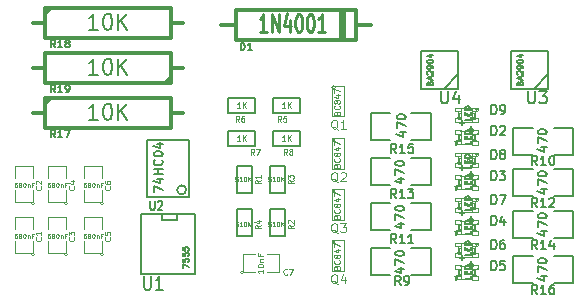
<source format=gto>
G04 (created by PCBNEW (2013-07-07 BZR 4022)-stable) date 31/01/2014 7:15:21 p.m.*
%MOIN*%
G04 Gerber Fmt 3.4, Leading zero omitted, Abs format*
%FSLAX34Y34*%
G01*
G70*
G90*
G04 APERTURE LIST*
%ADD10C,0.00590551*%
%ADD11C,0.005*%
%ADD12C,0.008*%
%ADD13C,0.0031*%
%ADD14C,0.0039*%
%ADD15C,0.012*%
%ADD16C,0.0026*%
%ADD17C,0.004*%
%ADD18C,0.002*%
%ADD19C,0.00625*%
%ADD20C,0.0063*%
%ADD21C,0.0047*%
%ADD22C,0.0043*%
%ADD23C,0.00375*%
%ADD24C,0.0045*%
%ADD25C,0.0035*%
%ADD26C,0.0025*%
%ADD27C,0.006*%
%ADD28C,0.01*%
G04 APERTURE END LIST*
G54D10*
G54D11*
X77123Y-49404D02*
X77276Y-49404D01*
X77200Y-49480D02*
X77200Y-49328D01*
X77423Y-54104D02*
X77576Y-54104D01*
X77500Y-54180D02*
X77500Y-54028D01*
X77123Y-53904D02*
X77276Y-53904D01*
X77200Y-53980D02*
X77200Y-53828D01*
X77423Y-52604D02*
X77576Y-52604D01*
X77500Y-52680D02*
X77500Y-52528D01*
X77123Y-52404D02*
X77276Y-52404D01*
X77200Y-52480D02*
X77200Y-52328D01*
X77423Y-51104D02*
X77576Y-51104D01*
X77500Y-51180D02*
X77500Y-51028D01*
X77123Y-50904D02*
X77276Y-50904D01*
X77200Y-50980D02*
X77200Y-50828D01*
X77423Y-49604D02*
X77576Y-49604D01*
X77500Y-49680D02*
X77500Y-49528D01*
G54D12*
X66700Y-51900D02*
X66700Y-50000D01*
X66700Y-50000D02*
X68100Y-50000D01*
X68100Y-50000D02*
X68100Y-51900D01*
X68100Y-51900D02*
X66700Y-51900D01*
X68000Y-51650D02*
G75*
G03X68000Y-51650I-150J0D01*
G74*
G01*
G54D13*
X72974Y-53387D02*
G75*
G03X72974Y-53387I-62J0D01*
G74*
G01*
X73250Y-54350D02*
X72850Y-54350D01*
X73250Y-53325D02*
X72850Y-53325D01*
X72850Y-54350D02*
X72850Y-53325D01*
X73250Y-53325D02*
X73250Y-54350D01*
X72974Y-51687D02*
G75*
G03X72974Y-51687I-62J0D01*
G74*
G01*
X73250Y-52650D02*
X72850Y-52650D01*
X73250Y-51625D02*
X72850Y-51625D01*
X72850Y-52650D02*
X72850Y-51625D01*
X73250Y-51625D02*
X73250Y-52650D01*
X72974Y-49987D02*
G75*
G03X72974Y-49987I-62J0D01*
G74*
G01*
X73250Y-50950D02*
X72850Y-50950D01*
X73250Y-49925D02*
X72850Y-49925D01*
X72850Y-50950D02*
X72850Y-49925D01*
X73250Y-49925D02*
X73250Y-50950D01*
X72974Y-48237D02*
G75*
G03X72974Y-48237I-62J0D01*
G74*
G01*
X73250Y-49200D02*
X72850Y-49200D01*
X73250Y-48175D02*
X72850Y-48175D01*
X72850Y-49200D02*
X72850Y-48175D01*
X73250Y-48175D02*
X73250Y-49200D01*
G54D11*
X68300Y-52450D02*
X68300Y-54450D01*
X68300Y-54450D02*
X66500Y-54450D01*
X66500Y-54450D02*
X66500Y-52450D01*
X66500Y-52450D02*
X68300Y-52450D01*
X67700Y-52450D02*
X67700Y-52650D01*
X67700Y-52650D02*
X67200Y-52650D01*
X67200Y-52650D02*
X67200Y-52450D01*
X74150Y-49100D02*
X74150Y-50000D01*
X74150Y-50000D02*
X74800Y-50000D01*
X75500Y-49100D02*
X76150Y-49100D01*
X76150Y-49100D02*
X76150Y-50000D01*
X76150Y-50000D02*
X75500Y-50000D01*
X74800Y-49100D02*
X74150Y-49100D01*
X78900Y-52350D02*
X78900Y-53250D01*
X78900Y-53250D02*
X79550Y-53250D01*
X80250Y-52350D02*
X80900Y-52350D01*
X80900Y-52350D02*
X80900Y-53250D01*
X80900Y-53250D02*
X80250Y-53250D01*
X79550Y-52350D02*
X78900Y-52350D01*
X74150Y-50600D02*
X74150Y-51500D01*
X74150Y-51500D02*
X74800Y-51500D01*
X75500Y-50600D02*
X76150Y-50600D01*
X76150Y-50600D02*
X76150Y-51500D01*
X76150Y-51500D02*
X75500Y-51500D01*
X74800Y-50600D02*
X74150Y-50600D01*
X78900Y-50950D02*
X78900Y-51850D01*
X78900Y-51850D02*
X79550Y-51850D01*
X80250Y-50950D02*
X80900Y-50950D01*
X80900Y-50950D02*
X80900Y-51850D01*
X80900Y-51850D02*
X80250Y-51850D01*
X79550Y-50950D02*
X78900Y-50950D01*
X74150Y-52100D02*
X74150Y-53000D01*
X74150Y-53000D02*
X74800Y-53000D01*
X75500Y-52100D02*
X76150Y-52100D01*
X76150Y-52100D02*
X76150Y-53000D01*
X76150Y-53000D02*
X75500Y-53000D01*
X74800Y-52100D02*
X74150Y-52100D01*
X78900Y-49600D02*
X78900Y-50500D01*
X78900Y-50500D02*
X79550Y-50500D01*
X80250Y-49600D02*
X80900Y-49600D01*
X80900Y-49600D02*
X80900Y-50500D01*
X80900Y-50500D02*
X80250Y-50500D01*
X79550Y-49600D02*
X78900Y-49600D01*
X74150Y-53600D02*
X74150Y-54500D01*
X74150Y-54500D02*
X74800Y-54500D01*
X75500Y-53600D02*
X76150Y-53600D01*
X76150Y-53600D02*
X76150Y-54500D01*
X76150Y-54500D02*
X75500Y-54500D01*
X74800Y-53600D02*
X74150Y-53600D01*
X78900Y-53850D02*
X78900Y-54750D01*
X78900Y-54750D02*
X79550Y-54750D01*
X80250Y-53850D02*
X80900Y-53850D01*
X80900Y-53850D02*
X80900Y-54750D01*
X80900Y-54750D02*
X80250Y-54750D01*
X79550Y-53850D02*
X78900Y-53850D01*
G54D14*
X62950Y-53800D02*
G75*
G03X62950Y-53800I-50J0D01*
G74*
G01*
X62900Y-53350D02*
X62900Y-53750D01*
X62900Y-53750D02*
X62300Y-53750D01*
X62300Y-53750D02*
X62300Y-53350D01*
X62300Y-52950D02*
X62300Y-52550D01*
X62300Y-52550D02*
X62900Y-52550D01*
X62900Y-52550D02*
X62900Y-52950D01*
X64050Y-53800D02*
G75*
G03X64050Y-53800I-50J0D01*
G74*
G01*
X64000Y-53350D02*
X64000Y-53750D01*
X64000Y-53750D02*
X63400Y-53750D01*
X63400Y-53750D02*
X63400Y-53350D01*
X63400Y-52950D02*
X63400Y-52550D01*
X63400Y-52550D02*
X64000Y-52550D01*
X64000Y-52550D02*
X64000Y-52950D01*
X65250Y-53800D02*
G75*
G03X65250Y-53800I-50J0D01*
G74*
G01*
X65200Y-53350D02*
X65200Y-53750D01*
X65200Y-53750D02*
X64600Y-53750D01*
X64600Y-53750D02*
X64600Y-53350D01*
X64600Y-52950D02*
X64600Y-52550D01*
X64600Y-52550D02*
X65200Y-52550D01*
X65200Y-52550D02*
X65200Y-52950D01*
X62950Y-52100D02*
G75*
G03X62950Y-52100I-50J0D01*
G74*
G01*
X62900Y-51650D02*
X62900Y-52050D01*
X62900Y-52050D02*
X62300Y-52050D01*
X62300Y-52050D02*
X62300Y-51650D01*
X62300Y-51250D02*
X62300Y-50850D01*
X62300Y-50850D02*
X62900Y-50850D01*
X62900Y-50850D02*
X62900Y-51250D01*
X64050Y-52100D02*
G75*
G03X64050Y-52100I-50J0D01*
G74*
G01*
X64000Y-51650D02*
X64000Y-52050D01*
X64000Y-52050D02*
X63400Y-52050D01*
X63400Y-52050D02*
X63400Y-51650D01*
X63400Y-51250D02*
X63400Y-50850D01*
X63400Y-50850D02*
X64000Y-50850D01*
X64000Y-50850D02*
X64000Y-51250D01*
X65250Y-52100D02*
G75*
G03X65250Y-52100I-50J0D01*
G74*
G01*
X65200Y-51650D02*
X65200Y-52050D01*
X65200Y-52050D02*
X64600Y-52050D01*
X64600Y-52050D02*
X64600Y-51650D01*
X64600Y-51250D02*
X64600Y-50850D01*
X64600Y-50850D02*
X65200Y-50850D01*
X65200Y-50850D02*
X65200Y-51250D01*
X69900Y-54400D02*
G75*
G03X69900Y-54400I-50J0D01*
G74*
G01*
X70300Y-54400D02*
X69900Y-54400D01*
X69900Y-54400D02*
X69900Y-53800D01*
X69900Y-53800D02*
X70300Y-53800D01*
X70700Y-53800D02*
X71100Y-53800D01*
X71100Y-53800D02*
X71100Y-54400D01*
X71100Y-54400D02*
X70700Y-54400D01*
G54D11*
X70900Y-48600D02*
X71800Y-48600D01*
X71800Y-48600D02*
X71800Y-49100D01*
X71800Y-49100D02*
X70900Y-49100D01*
X70900Y-49100D02*
X70900Y-48600D01*
X69400Y-48600D02*
X70300Y-48600D01*
X70300Y-48600D02*
X70300Y-49100D01*
X70300Y-49100D02*
X69400Y-49100D01*
X69400Y-49100D02*
X69400Y-48600D01*
X69400Y-49700D02*
X70300Y-49700D01*
X70300Y-49700D02*
X70300Y-50200D01*
X70300Y-50200D02*
X69400Y-50200D01*
X69400Y-50200D02*
X69400Y-49700D01*
X70900Y-49700D02*
X71800Y-49700D01*
X71800Y-49700D02*
X71800Y-50200D01*
X71800Y-50200D02*
X70900Y-50200D01*
X70900Y-50200D02*
X70900Y-49700D01*
X71300Y-50850D02*
X71300Y-51750D01*
X71300Y-51750D02*
X70800Y-51750D01*
X70800Y-51750D02*
X70800Y-50850D01*
X70800Y-50850D02*
X71300Y-50850D01*
X70200Y-52300D02*
X70200Y-53200D01*
X70200Y-53200D02*
X69700Y-53200D01*
X69700Y-53200D02*
X69700Y-52300D01*
X69700Y-52300D02*
X70200Y-52300D01*
X70200Y-50850D02*
X70200Y-51750D01*
X70200Y-51750D02*
X69700Y-51750D01*
X69700Y-51750D02*
X69700Y-50850D01*
X69700Y-50850D02*
X70200Y-50850D01*
X71300Y-52300D02*
X71300Y-53200D01*
X71300Y-53200D02*
X70800Y-53200D01*
X70800Y-53200D02*
X70800Y-52300D01*
X70800Y-52300D02*
X71300Y-52300D01*
G54D15*
X67900Y-47600D02*
X67500Y-47600D01*
X62900Y-47600D02*
X63300Y-47600D01*
X63300Y-48100D02*
X63300Y-47100D01*
X63300Y-47100D02*
X67500Y-47100D01*
X67500Y-47100D02*
X67500Y-48100D01*
X67500Y-48100D02*
X63300Y-48100D01*
X67500Y-47900D02*
X67300Y-48100D01*
X62900Y-46100D02*
X63300Y-46100D01*
X67900Y-46100D02*
X67500Y-46100D01*
X67500Y-45600D02*
X67500Y-46600D01*
X67500Y-46600D02*
X63300Y-46600D01*
X63300Y-46600D02*
X63300Y-45600D01*
X63300Y-45600D02*
X67500Y-45600D01*
X63300Y-45800D02*
X63500Y-45600D01*
X62900Y-49100D02*
X63300Y-49100D01*
X67900Y-49100D02*
X67500Y-49100D01*
X67500Y-48600D02*
X67500Y-49600D01*
X67500Y-49600D02*
X63300Y-49600D01*
X63300Y-49600D02*
X63300Y-48600D01*
X63300Y-48600D02*
X67500Y-48600D01*
X63300Y-48800D02*
X63500Y-48600D01*
G54D12*
X77075Y-47775D02*
X76600Y-48275D01*
X77075Y-48275D02*
X77075Y-47025D01*
X77075Y-47025D02*
X75825Y-47025D01*
X75825Y-47025D02*
X75825Y-48275D01*
X75825Y-48275D02*
X77075Y-48275D01*
X80075Y-47775D02*
X79600Y-48275D01*
X80075Y-48275D02*
X80075Y-47025D01*
X80075Y-47025D02*
X78825Y-47025D01*
X78825Y-47025D02*
X78825Y-48275D01*
X78825Y-48275D02*
X80075Y-48275D01*
G54D16*
X77546Y-49268D02*
X77546Y-49396D01*
X77546Y-49396D02*
X77743Y-49396D01*
X77743Y-49268D02*
X77743Y-49396D01*
X77546Y-49268D02*
X77743Y-49268D01*
X77546Y-49023D02*
X77546Y-49082D01*
X77546Y-49082D02*
X77645Y-49082D01*
X77645Y-49023D02*
X77645Y-49082D01*
X77546Y-49023D02*
X77645Y-49023D01*
X77546Y-49218D02*
X77546Y-49277D01*
X77546Y-49277D02*
X77645Y-49277D01*
X77645Y-49218D02*
X77645Y-49277D01*
X77546Y-49218D02*
X77645Y-49218D01*
X77546Y-49072D02*
X77546Y-49228D01*
X77546Y-49228D02*
X77615Y-49228D01*
X77615Y-49072D02*
X77615Y-49228D01*
X77546Y-49072D02*
X77615Y-49072D01*
X76957Y-49268D02*
X76957Y-49396D01*
X76957Y-49396D02*
X77154Y-49396D01*
X77154Y-49268D02*
X77154Y-49396D01*
X76957Y-49268D02*
X77154Y-49268D01*
X76957Y-48904D02*
X76957Y-49032D01*
X76957Y-49032D02*
X77154Y-49032D01*
X77154Y-48904D02*
X77154Y-49032D01*
X76957Y-48904D02*
X77154Y-48904D01*
X77055Y-49218D02*
X77055Y-49277D01*
X77055Y-49277D02*
X77154Y-49277D01*
X77154Y-49218D02*
X77154Y-49277D01*
X77055Y-49218D02*
X77154Y-49218D01*
X77055Y-49023D02*
X77055Y-49082D01*
X77055Y-49082D02*
X77154Y-49082D01*
X77154Y-49023D02*
X77154Y-49082D01*
X77055Y-49023D02*
X77154Y-49023D01*
X77085Y-49072D02*
X77085Y-49228D01*
X77085Y-49228D02*
X77154Y-49228D01*
X77154Y-49072D02*
X77154Y-49228D01*
X77085Y-49072D02*
X77154Y-49072D01*
X77350Y-49111D02*
X77350Y-49189D01*
X77350Y-49189D02*
X77428Y-49189D01*
X77428Y-49111D02*
X77428Y-49189D01*
X77350Y-49111D02*
X77428Y-49111D01*
X77546Y-48914D02*
X77546Y-49032D01*
X77546Y-49032D02*
X77664Y-49032D01*
X77664Y-48914D02*
X77664Y-49032D01*
X77546Y-48914D02*
X77664Y-48914D01*
X77714Y-48904D02*
X77714Y-48993D01*
X77714Y-48993D02*
X77743Y-48993D01*
X77743Y-48904D02*
X77743Y-48993D01*
X77714Y-48904D02*
X77743Y-48904D01*
G54D17*
X77556Y-49376D02*
X77144Y-49376D01*
X77154Y-48924D02*
X77714Y-48924D01*
G54D18*
X77712Y-48973D02*
G75*
G03X77712Y-48973I-28J0D01*
G74*
G01*
G54D17*
X77743Y-49013D02*
G75*
G03X77743Y-49287I0J-137D01*
G74*
G01*
X76957Y-49287D02*
G75*
G03X76957Y-49013I0J137D01*
G74*
G01*
G54D16*
X77154Y-54282D02*
X77154Y-54154D01*
X77154Y-54154D02*
X76957Y-54154D01*
X76957Y-54282D02*
X76957Y-54154D01*
X77154Y-54282D02*
X76957Y-54282D01*
X77154Y-54527D02*
X77154Y-54468D01*
X77154Y-54468D02*
X77055Y-54468D01*
X77055Y-54527D02*
X77055Y-54468D01*
X77154Y-54527D02*
X77055Y-54527D01*
X77154Y-54332D02*
X77154Y-54273D01*
X77154Y-54273D02*
X77055Y-54273D01*
X77055Y-54332D02*
X77055Y-54273D01*
X77154Y-54332D02*
X77055Y-54332D01*
X77154Y-54478D02*
X77154Y-54322D01*
X77154Y-54322D02*
X77085Y-54322D01*
X77085Y-54478D02*
X77085Y-54322D01*
X77154Y-54478D02*
X77085Y-54478D01*
X77743Y-54282D02*
X77743Y-54154D01*
X77743Y-54154D02*
X77546Y-54154D01*
X77546Y-54282D02*
X77546Y-54154D01*
X77743Y-54282D02*
X77546Y-54282D01*
X77743Y-54646D02*
X77743Y-54518D01*
X77743Y-54518D02*
X77546Y-54518D01*
X77546Y-54646D02*
X77546Y-54518D01*
X77743Y-54646D02*
X77546Y-54646D01*
X77645Y-54332D02*
X77645Y-54273D01*
X77645Y-54273D02*
X77546Y-54273D01*
X77546Y-54332D02*
X77546Y-54273D01*
X77645Y-54332D02*
X77546Y-54332D01*
X77645Y-54527D02*
X77645Y-54468D01*
X77645Y-54468D02*
X77546Y-54468D01*
X77546Y-54527D02*
X77546Y-54468D01*
X77645Y-54527D02*
X77546Y-54527D01*
X77615Y-54478D02*
X77615Y-54322D01*
X77615Y-54322D02*
X77546Y-54322D01*
X77546Y-54478D02*
X77546Y-54322D01*
X77615Y-54478D02*
X77546Y-54478D01*
X77350Y-54439D02*
X77350Y-54361D01*
X77350Y-54361D02*
X77272Y-54361D01*
X77272Y-54439D02*
X77272Y-54361D01*
X77350Y-54439D02*
X77272Y-54439D01*
X77154Y-54636D02*
X77154Y-54518D01*
X77154Y-54518D02*
X77036Y-54518D01*
X77036Y-54636D02*
X77036Y-54518D01*
X77154Y-54636D02*
X77036Y-54636D01*
X76986Y-54646D02*
X76986Y-54557D01*
X76986Y-54557D02*
X76957Y-54557D01*
X76957Y-54646D02*
X76957Y-54557D01*
X76986Y-54646D02*
X76957Y-54646D01*
G54D17*
X77144Y-54174D02*
X77556Y-54174D01*
X77546Y-54626D02*
X76986Y-54626D01*
G54D18*
X77044Y-54577D02*
G75*
G03X77044Y-54577I-28J0D01*
G74*
G01*
G54D17*
X76957Y-54537D02*
G75*
G03X76957Y-54263I0J137D01*
G74*
G01*
X77743Y-54263D02*
G75*
G03X77743Y-54537I0J-137D01*
G74*
G01*
G54D16*
X77154Y-52782D02*
X77154Y-52654D01*
X77154Y-52654D02*
X76957Y-52654D01*
X76957Y-52782D02*
X76957Y-52654D01*
X77154Y-52782D02*
X76957Y-52782D01*
X77154Y-53027D02*
X77154Y-52968D01*
X77154Y-52968D02*
X77055Y-52968D01*
X77055Y-53027D02*
X77055Y-52968D01*
X77154Y-53027D02*
X77055Y-53027D01*
X77154Y-52832D02*
X77154Y-52773D01*
X77154Y-52773D02*
X77055Y-52773D01*
X77055Y-52832D02*
X77055Y-52773D01*
X77154Y-52832D02*
X77055Y-52832D01*
X77154Y-52978D02*
X77154Y-52822D01*
X77154Y-52822D02*
X77085Y-52822D01*
X77085Y-52978D02*
X77085Y-52822D01*
X77154Y-52978D02*
X77085Y-52978D01*
X77743Y-52782D02*
X77743Y-52654D01*
X77743Y-52654D02*
X77546Y-52654D01*
X77546Y-52782D02*
X77546Y-52654D01*
X77743Y-52782D02*
X77546Y-52782D01*
X77743Y-53146D02*
X77743Y-53018D01*
X77743Y-53018D02*
X77546Y-53018D01*
X77546Y-53146D02*
X77546Y-53018D01*
X77743Y-53146D02*
X77546Y-53146D01*
X77645Y-52832D02*
X77645Y-52773D01*
X77645Y-52773D02*
X77546Y-52773D01*
X77546Y-52832D02*
X77546Y-52773D01*
X77645Y-52832D02*
X77546Y-52832D01*
X77645Y-53027D02*
X77645Y-52968D01*
X77645Y-52968D02*
X77546Y-52968D01*
X77546Y-53027D02*
X77546Y-52968D01*
X77645Y-53027D02*
X77546Y-53027D01*
X77615Y-52978D02*
X77615Y-52822D01*
X77615Y-52822D02*
X77546Y-52822D01*
X77546Y-52978D02*
X77546Y-52822D01*
X77615Y-52978D02*
X77546Y-52978D01*
X77350Y-52939D02*
X77350Y-52861D01*
X77350Y-52861D02*
X77272Y-52861D01*
X77272Y-52939D02*
X77272Y-52861D01*
X77350Y-52939D02*
X77272Y-52939D01*
X77154Y-53136D02*
X77154Y-53018D01*
X77154Y-53018D02*
X77036Y-53018D01*
X77036Y-53136D02*
X77036Y-53018D01*
X77154Y-53136D02*
X77036Y-53136D01*
X76986Y-53146D02*
X76986Y-53057D01*
X76986Y-53057D02*
X76957Y-53057D01*
X76957Y-53146D02*
X76957Y-53057D01*
X76986Y-53146D02*
X76957Y-53146D01*
G54D17*
X77144Y-52674D02*
X77556Y-52674D01*
X77546Y-53126D02*
X76986Y-53126D01*
G54D18*
X77044Y-53077D02*
G75*
G03X77044Y-53077I-28J0D01*
G74*
G01*
G54D17*
X76957Y-53037D02*
G75*
G03X76957Y-52763I0J137D01*
G74*
G01*
X77743Y-52763D02*
G75*
G03X77743Y-53037I0J-137D01*
G74*
G01*
G54D16*
X77546Y-50768D02*
X77546Y-50896D01*
X77546Y-50896D02*
X77743Y-50896D01*
X77743Y-50768D02*
X77743Y-50896D01*
X77546Y-50768D02*
X77743Y-50768D01*
X77546Y-50523D02*
X77546Y-50582D01*
X77546Y-50582D02*
X77645Y-50582D01*
X77645Y-50523D02*
X77645Y-50582D01*
X77546Y-50523D02*
X77645Y-50523D01*
X77546Y-50718D02*
X77546Y-50777D01*
X77546Y-50777D02*
X77645Y-50777D01*
X77645Y-50718D02*
X77645Y-50777D01*
X77546Y-50718D02*
X77645Y-50718D01*
X77546Y-50572D02*
X77546Y-50728D01*
X77546Y-50728D02*
X77615Y-50728D01*
X77615Y-50572D02*
X77615Y-50728D01*
X77546Y-50572D02*
X77615Y-50572D01*
X76957Y-50768D02*
X76957Y-50896D01*
X76957Y-50896D02*
X77154Y-50896D01*
X77154Y-50768D02*
X77154Y-50896D01*
X76957Y-50768D02*
X77154Y-50768D01*
X76957Y-50404D02*
X76957Y-50532D01*
X76957Y-50532D02*
X77154Y-50532D01*
X77154Y-50404D02*
X77154Y-50532D01*
X76957Y-50404D02*
X77154Y-50404D01*
X77055Y-50718D02*
X77055Y-50777D01*
X77055Y-50777D02*
X77154Y-50777D01*
X77154Y-50718D02*
X77154Y-50777D01*
X77055Y-50718D02*
X77154Y-50718D01*
X77055Y-50523D02*
X77055Y-50582D01*
X77055Y-50582D02*
X77154Y-50582D01*
X77154Y-50523D02*
X77154Y-50582D01*
X77055Y-50523D02*
X77154Y-50523D01*
X77085Y-50572D02*
X77085Y-50728D01*
X77085Y-50728D02*
X77154Y-50728D01*
X77154Y-50572D02*
X77154Y-50728D01*
X77085Y-50572D02*
X77154Y-50572D01*
X77350Y-50611D02*
X77350Y-50689D01*
X77350Y-50689D02*
X77428Y-50689D01*
X77428Y-50611D02*
X77428Y-50689D01*
X77350Y-50611D02*
X77428Y-50611D01*
X77546Y-50414D02*
X77546Y-50532D01*
X77546Y-50532D02*
X77664Y-50532D01*
X77664Y-50414D02*
X77664Y-50532D01*
X77546Y-50414D02*
X77664Y-50414D01*
X77714Y-50404D02*
X77714Y-50493D01*
X77714Y-50493D02*
X77743Y-50493D01*
X77743Y-50404D02*
X77743Y-50493D01*
X77714Y-50404D02*
X77743Y-50404D01*
G54D17*
X77556Y-50876D02*
X77144Y-50876D01*
X77154Y-50424D02*
X77714Y-50424D01*
G54D18*
X77712Y-50473D02*
G75*
G03X77712Y-50473I-28J0D01*
G74*
G01*
G54D17*
X77743Y-50513D02*
G75*
G03X77743Y-50787I0J-137D01*
G74*
G01*
X76957Y-50787D02*
G75*
G03X76957Y-50513I0J137D01*
G74*
G01*
G54D16*
X77154Y-51282D02*
X77154Y-51154D01*
X77154Y-51154D02*
X76957Y-51154D01*
X76957Y-51282D02*
X76957Y-51154D01*
X77154Y-51282D02*
X76957Y-51282D01*
X77154Y-51527D02*
X77154Y-51468D01*
X77154Y-51468D02*
X77055Y-51468D01*
X77055Y-51527D02*
X77055Y-51468D01*
X77154Y-51527D02*
X77055Y-51527D01*
X77154Y-51332D02*
X77154Y-51273D01*
X77154Y-51273D02*
X77055Y-51273D01*
X77055Y-51332D02*
X77055Y-51273D01*
X77154Y-51332D02*
X77055Y-51332D01*
X77154Y-51478D02*
X77154Y-51322D01*
X77154Y-51322D02*
X77085Y-51322D01*
X77085Y-51478D02*
X77085Y-51322D01*
X77154Y-51478D02*
X77085Y-51478D01*
X77743Y-51282D02*
X77743Y-51154D01*
X77743Y-51154D02*
X77546Y-51154D01*
X77546Y-51282D02*
X77546Y-51154D01*
X77743Y-51282D02*
X77546Y-51282D01*
X77743Y-51646D02*
X77743Y-51518D01*
X77743Y-51518D02*
X77546Y-51518D01*
X77546Y-51646D02*
X77546Y-51518D01*
X77743Y-51646D02*
X77546Y-51646D01*
X77645Y-51332D02*
X77645Y-51273D01*
X77645Y-51273D02*
X77546Y-51273D01*
X77546Y-51332D02*
X77546Y-51273D01*
X77645Y-51332D02*
X77546Y-51332D01*
X77645Y-51527D02*
X77645Y-51468D01*
X77645Y-51468D02*
X77546Y-51468D01*
X77546Y-51527D02*
X77546Y-51468D01*
X77645Y-51527D02*
X77546Y-51527D01*
X77615Y-51478D02*
X77615Y-51322D01*
X77615Y-51322D02*
X77546Y-51322D01*
X77546Y-51478D02*
X77546Y-51322D01*
X77615Y-51478D02*
X77546Y-51478D01*
X77350Y-51439D02*
X77350Y-51361D01*
X77350Y-51361D02*
X77272Y-51361D01*
X77272Y-51439D02*
X77272Y-51361D01*
X77350Y-51439D02*
X77272Y-51439D01*
X77154Y-51636D02*
X77154Y-51518D01*
X77154Y-51518D02*
X77036Y-51518D01*
X77036Y-51636D02*
X77036Y-51518D01*
X77154Y-51636D02*
X77036Y-51636D01*
X76986Y-51646D02*
X76986Y-51557D01*
X76986Y-51557D02*
X76957Y-51557D01*
X76957Y-51646D02*
X76957Y-51557D01*
X76986Y-51646D02*
X76957Y-51646D01*
G54D17*
X77144Y-51174D02*
X77556Y-51174D01*
X77546Y-51626D02*
X76986Y-51626D01*
G54D18*
X77044Y-51577D02*
G75*
G03X77044Y-51577I-28J0D01*
G74*
G01*
G54D17*
X76957Y-51537D02*
G75*
G03X76957Y-51263I0J137D01*
G74*
G01*
X77743Y-51263D02*
G75*
G03X77743Y-51537I0J-137D01*
G74*
G01*
G54D16*
X77546Y-52268D02*
X77546Y-52396D01*
X77546Y-52396D02*
X77743Y-52396D01*
X77743Y-52268D02*
X77743Y-52396D01*
X77546Y-52268D02*
X77743Y-52268D01*
X77546Y-52023D02*
X77546Y-52082D01*
X77546Y-52082D02*
X77645Y-52082D01*
X77645Y-52023D02*
X77645Y-52082D01*
X77546Y-52023D02*
X77645Y-52023D01*
X77546Y-52218D02*
X77546Y-52277D01*
X77546Y-52277D02*
X77645Y-52277D01*
X77645Y-52218D02*
X77645Y-52277D01*
X77546Y-52218D02*
X77645Y-52218D01*
X77546Y-52072D02*
X77546Y-52228D01*
X77546Y-52228D02*
X77615Y-52228D01*
X77615Y-52072D02*
X77615Y-52228D01*
X77546Y-52072D02*
X77615Y-52072D01*
X76957Y-52268D02*
X76957Y-52396D01*
X76957Y-52396D02*
X77154Y-52396D01*
X77154Y-52268D02*
X77154Y-52396D01*
X76957Y-52268D02*
X77154Y-52268D01*
X76957Y-51904D02*
X76957Y-52032D01*
X76957Y-52032D02*
X77154Y-52032D01*
X77154Y-51904D02*
X77154Y-52032D01*
X76957Y-51904D02*
X77154Y-51904D01*
X77055Y-52218D02*
X77055Y-52277D01*
X77055Y-52277D02*
X77154Y-52277D01*
X77154Y-52218D02*
X77154Y-52277D01*
X77055Y-52218D02*
X77154Y-52218D01*
X77055Y-52023D02*
X77055Y-52082D01*
X77055Y-52082D02*
X77154Y-52082D01*
X77154Y-52023D02*
X77154Y-52082D01*
X77055Y-52023D02*
X77154Y-52023D01*
X77085Y-52072D02*
X77085Y-52228D01*
X77085Y-52228D02*
X77154Y-52228D01*
X77154Y-52072D02*
X77154Y-52228D01*
X77085Y-52072D02*
X77154Y-52072D01*
X77350Y-52111D02*
X77350Y-52189D01*
X77350Y-52189D02*
X77428Y-52189D01*
X77428Y-52111D02*
X77428Y-52189D01*
X77350Y-52111D02*
X77428Y-52111D01*
X77546Y-51914D02*
X77546Y-52032D01*
X77546Y-52032D02*
X77664Y-52032D01*
X77664Y-51914D02*
X77664Y-52032D01*
X77546Y-51914D02*
X77664Y-51914D01*
X77714Y-51904D02*
X77714Y-51993D01*
X77714Y-51993D02*
X77743Y-51993D01*
X77743Y-51904D02*
X77743Y-51993D01*
X77714Y-51904D02*
X77743Y-51904D01*
G54D17*
X77556Y-52376D02*
X77144Y-52376D01*
X77154Y-51924D02*
X77714Y-51924D01*
G54D18*
X77712Y-51973D02*
G75*
G03X77712Y-51973I-28J0D01*
G74*
G01*
G54D17*
X77743Y-52013D02*
G75*
G03X77743Y-52287I0J-137D01*
G74*
G01*
X76957Y-52287D02*
G75*
G03X76957Y-52013I0J137D01*
G74*
G01*
G54D16*
X77546Y-53768D02*
X77546Y-53896D01*
X77546Y-53896D02*
X77743Y-53896D01*
X77743Y-53768D02*
X77743Y-53896D01*
X77546Y-53768D02*
X77743Y-53768D01*
X77546Y-53523D02*
X77546Y-53582D01*
X77546Y-53582D02*
X77645Y-53582D01*
X77645Y-53523D02*
X77645Y-53582D01*
X77546Y-53523D02*
X77645Y-53523D01*
X77546Y-53718D02*
X77546Y-53777D01*
X77546Y-53777D02*
X77645Y-53777D01*
X77645Y-53718D02*
X77645Y-53777D01*
X77546Y-53718D02*
X77645Y-53718D01*
X77546Y-53572D02*
X77546Y-53728D01*
X77546Y-53728D02*
X77615Y-53728D01*
X77615Y-53572D02*
X77615Y-53728D01*
X77546Y-53572D02*
X77615Y-53572D01*
X76957Y-53768D02*
X76957Y-53896D01*
X76957Y-53896D02*
X77154Y-53896D01*
X77154Y-53768D02*
X77154Y-53896D01*
X76957Y-53768D02*
X77154Y-53768D01*
X76957Y-53404D02*
X76957Y-53532D01*
X76957Y-53532D02*
X77154Y-53532D01*
X77154Y-53404D02*
X77154Y-53532D01*
X76957Y-53404D02*
X77154Y-53404D01*
X77055Y-53718D02*
X77055Y-53777D01*
X77055Y-53777D02*
X77154Y-53777D01*
X77154Y-53718D02*
X77154Y-53777D01*
X77055Y-53718D02*
X77154Y-53718D01*
X77055Y-53523D02*
X77055Y-53582D01*
X77055Y-53582D02*
X77154Y-53582D01*
X77154Y-53523D02*
X77154Y-53582D01*
X77055Y-53523D02*
X77154Y-53523D01*
X77085Y-53572D02*
X77085Y-53728D01*
X77085Y-53728D02*
X77154Y-53728D01*
X77154Y-53572D02*
X77154Y-53728D01*
X77085Y-53572D02*
X77154Y-53572D01*
X77350Y-53611D02*
X77350Y-53689D01*
X77350Y-53689D02*
X77428Y-53689D01*
X77428Y-53611D02*
X77428Y-53689D01*
X77350Y-53611D02*
X77428Y-53611D01*
X77546Y-53414D02*
X77546Y-53532D01*
X77546Y-53532D02*
X77664Y-53532D01*
X77664Y-53414D02*
X77664Y-53532D01*
X77546Y-53414D02*
X77664Y-53414D01*
X77714Y-53404D02*
X77714Y-53493D01*
X77714Y-53493D02*
X77743Y-53493D01*
X77743Y-53404D02*
X77743Y-53493D01*
X77714Y-53404D02*
X77743Y-53404D01*
G54D17*
X77556Y-53876D02*
X77144Y-53876D01*
X77154Y-53424D02*
X77714Y-53424D01*
G54D18*
X77712Y-53473D02*
G75*
G03X77712Y-53473I-28J0D01*
G74*
G01*
G54D17*
X77743Y-53513D02*
G75*
G03X77743Y-53787I0J-137D01*
G74*
G01*
X76957Y-53787D02*
G75*
G03X76957Y-53513I0J137D01*
G74*
G01*
G54D16*
X77154Y-49782D02*
X77154Y-49654D01*
X77154Y-49654D02*
X76957Y-49654D01*
X76957Y-49782D02*
X76957Y-49654D01*
X77154Y-49782D02*
X76957Y-49782D01*
X77154Y-50027D02*
X77154Y-49968D01*
X77154Y-49968D02*
X77055Y-49968D01*
X77055Y-50027D02*
X77055Y-49968D01*
X77154Y-50027D02*
X77055Y-50027D01*
X77154Y-49832D02*
X77154Y-49773D01*
X77154Y-49773D02*
X77055Y-49773D01*
X77055Y-49832D02*
X77055Y-49773D01*
X77154Y-49832D02*
X77055Y-49832D01*
X77154Y-49978D02*
X77154Y-49822D01*
X77154Y-49822D02*
X77085Y-49822D01*
X77085Y-49978D02*
X77085Y-49822D01*
X77154Y-49978D02*
X77085Y-49978D01*
X77743Y-49782D02*
X77743Y-49654D01*
X77743Y-49654D02*
X77546Y-49654D01*
X77546Y-49782D02*
X77546Y-49654D01*
X77743Y-49782D02*
X77546Y-49782D01*
X77743Y-50146D02*
X77743Y-50018D01*
X77743Y-50018D02*
X77546Y-50018D01*
X77546Y-50146D02*
X77546Y-50018D01*
X77743Y-50146D02*
X77546Y-50146D01*
X77645Y-49832D02*
X77645Y-49773D01*
X77645Y-49773D02*
X77546Y-49773D01*
X77546Y-49832D02*
X77546Y-49773D01*
X77645Y-49832D02*
X77546Y-49832D01*
X77645Y-50027D02*
X77645Y-49968D01*
X77645Y-49968D02*
X77546Y-49968D01*
X77546Y-50027D02*
X77546Y-49968D01*
X77645Y-50027D02*
X77546Y-50027D01*
X77615Y-49978D02*
X77615Y-49822D01*
X77615Y-49822D02*
X77546Y-49822D01*
X77546Y-49978D02*
X77546Y-49822D01*
X77615Y-49978D02*
X77546Y-49978D01*
X77350Y-49939D02*
X77350Y-49861D01*
X77350Y-49861D02*
X77272Y-49861D01*
X77272Y-49939D02*
X77272Y-49861D01*
X77350Y-49939D02*
X77272Y-49939D01*
X77154Y-50136D02*
X77154Y-50018D01*
X77154Y-50018D02*
X77036Y-50018D01*
X77036Y-50136D02*
X77036Y-50018D01*
X77154Y-50136D02*
X77036Y-50136D01*
X76986Y-50146D02*
X76986Y-50057D01*
X76986Y-50057D02*
X76957Y-50057D01*
X76957Y-50146D02*
X76957Y-50057D01*
X76986Y-50146D02*
X76957Y-50146D01*
G54D17*
X77144Y-49674D02*
X77556Y-49674D01*
X77546Y-50126D02*
X76986Y-50126D01*
G54D18*
X77044Y-50077D02*
G75*
G03X77044Y-50077I-28J0D01*
G74*
G01*
G54D17*
X76957Y-50037D02*
G75*
G03X76957Y-49763I0J137D01*
G74*
G01*
X77743Y-49763D02*
G75*
G03X77743Y-50037I0J-137D01*
G74*
G01*
G54D15*
X74150Y-46150D02*
X73650Y-46150D01*
X73650Y-46150D02*
X73650Y-45650D01*
X73650Y-45650D02*
X69650Y-45650D01*
X69650Y-45650D02*
X69650Y-46150D01*
X69650Y-46150D02*
X69150Y-46150D01*
X69650Y-46150D02*
X69650Y-46650D01*
X69650Y-46650D02*
X73650Y-46650D01*
X73650Y-46650D02*
X73650Y-46150D01*
X73150Y-45650D02*
X73150Y-46650D01*
X73250Y-45650D02*
X73250Y-46650D01*
G54D19*
X66809Y-52021D02*
X66809Y-52264D01*
X66821Y-52292D01*
X66833Y-52307D01*
X66857Y-52321D01*
X66904Y-52321D01*
X66928Y-52307D01*
X66940Y-52292D01*
X66952Y-52264D01*
X66952Y-52021D01*
X67059Y-52050D02*
X67071Y-52035D01*
X67095Y-52021D01*
X67154Y-52021D01*
X67178Y-52035D01*
X67190Y-52050D01*
X67202Y-52078D01*
X67202Y-52107D01*
X67190Y-52150D01*
X67047Y-52321D01*
X67202Y-52321D01*
G54D20*
X66921Y-51735D02*
X66921Y-51535D01*
X67221Y-51664D01*
X67021Y-51292D02*
X67221Y-51292D01*
X66907Y-51364D02*
X67121Y-51435D01*
X67121Y-51250D01*
X67221Y-51135D02*
X66921Y-51135D01*
X67064Y-51135D02*
X67064Y-50964D01*
X67221Y-50964D02*
X66921Y-50964D01*
X67192Y-50650D02*
X67207Y-50664D01*
X67221Y-50707D01*
X67221Y-50735D01*
X67207Y-50778D01*
X67178Y-50807D01*
X67150Y-50821D01*
X67092Y-50835D01*
X67050Y-50835D01*
X66992Y-50821D01*
X66964Y-50807D01*
X66935Y-50778D01*
X66921Y-50735D01*
X66921Y-50707D01*
X66935Y-50664D01*
X66950Y-50650D01*
X66921Y-50464D02*
X66921Y-50435D01*
X66935Y-50407D01*
X66950Y-50392D01*
X66978Y-50378D01*
X67035Y-50364D01*
X67107Y-50364D01*
X67164Y-50378D01*
X67192Y-50392D01*
X67207Y-50407D01*
X67221Y-50435D01*
X67221Y-50464D01*
X67207Y-50492D01*
X67192Y-50507D01*
X67164Y-50521D01*
X67107Y-50535D01*
X67035Y-50535D01*
X66978Y-50521D01*
X66950Y-50507D01*
X66935Y-50492D01*
X66921Y-50464D01*
X67021Y-50107D02*
X67221Y-50107D01*
X66907Y-50178D02*
X67121Y-50250D01*
X67121Y-50064D01*
G54D21*
X73060Y-54787D02*
X73031Y-54772D01*
X73003Y-54744D01*
X72960Y-54701D01*
X72931Y-54687D01*
X72903Y-54687D01*
X72917Y-54758D02*
X72889Y-54744D01*
X72860Y-54715D01*
X72846Y-54658D01*
X72846Y-54558D01*
X72860Y-54501D01*
X72889Y-54472D01*
X72917Y-54458D01*
X72974Y-54458D01*
X73003Y-54472D01*
X73031Y-54501D01*
X73046Y-54558D01*
X73046Y-54658D01*
X73031Y-54715D01*
X73003Y-54744D01*
X72974Y-54758D01*
X72917Y-54758D01*
X73303Y-54558D02*
X73303Y-54758D01*
X73231Y-54444D02*
X73160Y-54658D01*
X73346Y-54658D01*
G54D14*
X73026Y-54240D02*
X73035Y-54212D01*
X73045Y-54203D01*
X73064Y-54193D01*
X73092Y-54193D01*
X73110Y-54203D01*
X73120Y-54212D01*
X73129Y-54231D01*
X73129Y-54306D01*
X72932Y-54306D01*
X72932Y-54240D01*
X72942Y-54222D01*
X72951Y-54212D01*
X72970Y-54203D01*
X72989Y-54203D01*
X73007Y-54212D01*
X73017Y-54222D01*
X73026Y-54240D01*
X73026Y-54306D01*
X73110Y-53996D02*
X73120Y-54006D01*
X73129Y-54034D01*
X73129Y-54053D01*
X73120Y-54081D01*
X73101Y-54100D01*
X73082Y-54109D01*
X73045Y-54118D01*
X73017Y-54118D01*
X72979Y-54109D01*
X72960Y-54100D01*
X72942Y-54081D01*
X72932Y-54053D01*
X72932Y-54034D01*
X72942Y-54006D01*
X72951Y-53996D01*
X73017Y-53884D02*
X73007Y-53903D01*
X72998Y-53912D01*
X72979Y-53921D01*
X72970Y-53921D01*
X72951Y-53912D01*
X72942Y-53903D01*
X72932Y-53884D01*
X72932Y-53846D01*
X72942Y-53828D01*
X72951Y-53818D01*
X72970Y-53809D01*
X72979Y-53809D01*
X72998Y-53818D01*
X73007Y-53828D01*
X73017Y-53846D01*
X73017Y-53884D01*
X73026Y-53903D01*
X73035Y-53912D01*
X73054Y-53921D01*
X73092Y-53921D01*
X73110Y-53912D01*
X73120Y-53903D01*
X73129Y-53884D01*
X73129Y-53846D01*
X73120Y-53828D01*
X73110Y-53818D01*
X73092Y-53809D01*
X73054Y-53809D01*
X73035Y-53818D01*
X73026Y-53828D01*
X73017Y-53846D01*
X72998Y-53640D02*
X73129Y-53640D01*
X72923Y-53687D02*
X73064Y-53734D01*
X73064Y-53612D01*
X72932Y-53556D02*
X72932Y-53424D01*
X73129Y-53509D01*
G54D21*
X73060Y-53087D02*
X73031Y-53072D01*
X73003Y-53044D01*
X72960Y-53001D01*
X72931Y-52987D01*
X72903Y-52987D01*
X72917Y-53058D02*
X72889Y-53044D01*
X72860Y-53015D01*
X72846Y-52958D01*
X72846Y-52858D01*
X72860Y-52801D01*
X72889Y-52772D01*
X72917Y-52758D01*
X72974Y-52758D01*
X73003Y-52772D01*
X73031Y-52801D01*
X73046Y-52858D01*
X73046Y-52958D01*
X73031Y-53015D01*
X73003Y-53044D01*
X72974Y-53058D01*
X72917Y-53058D01*
X73146Y-52758D02*
X73331Y-52758D01*
X73231Y-52872D01*
X73274Y-52872D01*
X73303Y-52887D01*
X73317Y-52901D01*
X73331Y-52929D01*
X73331Y-53001D01*
X73317Y-53029D01*
X73303Y-53044D01*
X73274Y-53058D01*
X73189Y-53058D01*
X73160Y-53044D01*
X73146Y-53029D01*
G54D14*
X73026Y-52540D02*
X73035Y-52512D01*
X73045Y-52503D01*
X73064Y-52493D01*
X73092Y-52493D01*
X73110Y-52503D01*
X73120Y-52512D01*
X73129Y-52531D01*
X73129Y-52606D01*
X72932Y-52606D01*
X72932Y-52540D01*
X72942Y-52522D01*
X72951Y-52512D01*
X72970Y-52503D01*
X72989Y-52503D01*
X73007Y-52512D01*
X73017Y-52522D01*
X73026Y-52540D01*
X73026Y-52606D01*
X73110Y-52296D02*
X73120Y-52306D01*
X73129Y-52334D01*
X73129Y-52353D01*
X73120Y-52381D01*
X73101Y-52400D01*
X73082Y-52409D01*
X73045Y-52418D01*
X73017Y-52418D01*
X72979Y-52409D01*
X72960Y-52400D01*
X72942Y-52381D01*
X72932Y-52353D01*
X72932Y-52334D01*
X72942Y-52306D01*
X72951Y-52296D01*
X73017Y-52184D02*
X73007Y-52203D01*
X72998Y-52212D01*
X72979Y-52221D01*
X72970Y-52221D01*
X72951Y-52212D01*
X72942Y-52203D01*
X72932Y-52184D01*
X72932Y-52146D01*
X72942Y-52128D01*
X72951Y-52118D01*
X72970Y-52109D01*
X72979Y-52109D01*
X72998Y-52118D01*
X73007Y-52128D01*
X73017Y-52146D01*
X73017Y-52184D01*
X73026Y-52203D01*
X73035Y-52212D01*
X73054Y-52221D01*
X73092Y-52221D01*
X73110Y-52212D01*
X73120Y-52203D01*
X73129Y-52184D01*
X73129Y-52146D01*
X73120Y-52128D01*
X73110Y-52118D01*
X73092Y-52109D01*
X73054Y-52109D01*
X73035Y-52118D01*
X73026Y-52128D01*
X73017Y-52146D01*
X72998Y-51940D02*
X73129Y-51940D01*
X72923Y-51987D02*
X73064Y-52034D01*
X73064Y-51912D01*
X72932Y-51856D02*
X72932Y-51724D01*
X73129Y-51809D01*
G54D21*
X73060Y-51387D02*
X73031Y-51372D01*
X73003Y-51344D01*
X72960Y-51301D01*
X72931Y-51287D01*
X72903Y-51287D01*
X72917Y-51358D02*
X72889Y-51344D01*
X72860Y-51315D01*
X72846Y-51258D01*
X72846Y-51158D01*
X72860Y-51101D01*
X72889Y-51072D01*
X72917Y-51058D01*
X72974Y-51058D01*
X73003Y-51072D01*
X73031Y-51101D01*
X73046Y-51158D01*
X73046Y-51258D01*
X73031Y-51315D01*
X73003Y-51344D01*
X72974Y-51358D01*
X72917Y-51358D01*
X73160Y-51087D02*
X73174Y-51072D01*
X73203Y-51058D01*
X73274Y-51058D01*
X73303Y-51072D01*
X73317Y-51087D01*
X73331Y-51115D01*
X73331Y-51144D01*
X73317Y-51187D01*
X73146Y-51358D01*
X73331Y-51358D01*
G54D14*
X73026Y-50840D02*
X73035Y-50812D01*
X73045Y-50803D01*
X73064Y-50793D01*
X73092Y-50793D01*
X73110Y-50803D01*
X73120Y-50812D01*
X73129Y-50831D01*
X73129Y-50906D01*
X72932Y-50906D01*
X72932Y-50840D01*
X72942Y-50822D01*
X72951Y-50812D01*
X72970Y-50803D01*
X72989Y-50803D01*
X73007Y-50812D01*
X73017Y-50822D01*
X73026Y-50840D01*
X73026Y-50906D01*
X73110Y-50596D02*
X73120Y-50606D01*
X73129Y-50634D01*
X73129Y-50653D01*
X73120Y-50681D01*
X73101Y-50700D01*
X73082Y-50709D01*
X73045Y-50718D01*
X73017Y-50718D01*
X72979Y-50709D01*
X72960Y-50700D01*
X72942Y-50681D01*
X72932Y-50653D01*
X72932Y-50634D01*
X72942Y-50606D01*
X72951Y-50596D01*
X73017Y-50484D02*
X73007Y-50503D01*
X72998Y-50512D01*
X72979Y-50521D01*
X72970Y-50521D01*
X72951Y-50512D01*
X72942Y-50503D01*
X72932Y-50484D01*
X72932Y-50446D01*
X72942Y-50428D01*
X72951Y-50418D01*
X72970Y-50409D01*
X72979Y-50409D01*
X72998Y-50418D01*
X73007Y-50428D01*
X73017Y-50446D01*
X73017Y-50484D01*
X73026Y-50503D01*
X73035Y-50512D01*
X73054Y-50521D01*
X73092Y-50521D01*
X73110Y-50512D01*
X73120Y-50503D01*
X73129Y-50484D01*
X73129Y-50446D01*
X73120Y-50428D01*
X73110Y-50418D01*
X73092Y-50409D01*
X73054Y-50409D01*
X73035Y-50418D01*
X73026Y-50428D01*
X73017Y-50446D01*
X72998Y-50240D02*
X73129Y-50240D01*
X72923Y-50287D02*
X73064Y-50334D01*
X73064Y-50212D01*
X72932Y-50156D02*
X72932Y-50024D01*
X73129Y-50109D01*
G54D21*
X73060Y-49637D02*
X73031Y-49622D01*
X73003Y-49594D01*
X72960Y-49551D01*
X72931Y-49537D01*
X72903Y-49537D01*
X72917Y-49608D02*
X72889Y-49594D01*
X72860Y-49565D01*
X72846Y-49508D01*
X72846Y-49408D01*
X72860Y-49351D01*
X72889Y-49322D01*
X72917Y-49308D01*
X72974Y-49308D01*
X73003Y-49322D01*
X73031Y-49351D01*
X73046Y-49408D01*
X73046Y-49508D01*
X73031Y-49565D01*
X73003Y-49594D01*
X72974Y-49608D01*
X72917Y-49608D01*
X73331Y-49608D02*
X73160Y-49608D01*
X73246Y-49608D02*
X73246Y-49308D01*
X73217Y-49351D01*
X73189Y-49379D01*
X73160Y-49394D01*
G54D14*
X73026Y-49090D02*
X73035Y-49062D01*
X73045Y-49053D01*
X73064Y-49043D01*
X73092Y-49043D01*
X73110Y-49053D01*
X73120Y-49062D01*
X73129Y-49081D01*
X73129Y-49156D01*
X72932Y-49156D01*
X72932Y-49090D01*
X72942Y-49072D01*
X72951Y-49062D01*
X72970Y-49053D01*
X72989Y-49053D01*
X73007Y-49062D01*
X73017Y-49072D01*
X73026Y-49090D01*
X73026Y-49156D01*
X73110Y-48846D02*
X73120Y-48856D01*
X73129Y-48884D01*
X73129Y-48903D01*
X73120Y-48931D01*
X73101Y-48950D01*
X73082Y-48959D01*
X73045Y-48968D01*
X73017Y-48968D01*
X72979Y-48959D01*
X72960Y-48950D01*
X72942Y-48931D01*
X72932Y-48903D01*
X72932Y-48884D01*
X72942Y-48856D01*
X72951Y-48846D01*
X73017Y-48734D02*
X73007Y-48753D01*
X72998Y-48762D01*
X72979Y-48771D01*
X72970Y-48771D01*
X72951Y-48762D01*
X72942Y-48753D01*
X72932Y-48734D01*
X72932Y-48696D01*
X72942Y-48678D01*
X72951Y-48668D01*
X72970Y-48659D01*
X72979Y-48659D01*
X72998Y-48668D01*
X73007Y-48678D01*
X73017Y-48696D01*
X73017Y-48734D01*
X73026Y-48753D01*
X73035Y-48762D01*
X73054Y-48771D01*
X73092Y-48771D01*
X73110Y-48762D01*
X73120Y-48753D01*
X73129Y-48734D01*
X73129Y-48696D01*
X73120Y-48678D01*
X73110Y-48668D01*
X73092Y-48659D01*
X73054Y-48659D01*
X73035Y-48668D01*
X73026Y-48678D01*
X73017Y-48696D01*
X72998Y-48490D02*
X73129Y-48490D01*
X72923Y-48537D02*
X73064Y-48584D01*
X73064Y-48462D01*
X72932Y-48406D02*
X72932Y-48274D01*
X73129Y-48359D01*
G54D11*
X66595Y-54532D02*
X66595Y-54896D01*
X66614Y-54939D01*
X66633Y-54960D01*
X66671Y-54982D01*
X66747Y-54982D01*
X66785Y-54960D01*
X66804Y-54939D01*
X66823Y-54896D01*
X66823Y-54532D01*
X67223Y-54982D02*
X66995Y-54982D01*
X67109Y-54982D02*
X67109Y-54532D01*
X67071Y-54596D01*
X67033Y-54639D01*
X66995Y-54660D01*
X67880Y-54252D02*
X67880Y-54119D01*
X68080Y-54204D01*
X67880Y-53947D02*
X67880Y-54042D01*
X67976Y-54052D01*
X67966Y-54042D01*
X67957Y-54023D01*
X67957Y-53976D01*
X67966Y-53957D01*
X67976Y-53947D01*
X67995Y-53938D01*
X68042Y-53938D01*
X68061Y-53947D01*
X68071Y-53957D01*
X68080Y-53976D01*
X68080Y-54023D01*
X68071Y-54042D01*
X68061Y-54052D01*
X67880Y-53757D02*
X67880Y-53852D01*
X67976Y-53861D01*
X67966Y-53852D01*
X67957Y-53833D01*
X67957Y-53785D01*
X67966Y-53766D01*
X67976Y-53757D01*
X67995Y-53747D01*
X68042Y-53747D01*
X68061Y-53757D01*
X68071Y-53766D01*
X68080Y-53785D01*
X68080Y-53833D01*
X68071Y-53852D01*
X68061Y-53861D01*
X67880Y-53566D02*
X67880Y-53661D01*
X67976Y-53671D01*
X67966Y-53661D01*
X67957Y-53642D01*
X67957Y-53595D01*
X67966Y-53576D01*
X67976Y-53566D01*
X67995Y-53557D01*
X68042Y-53557D01*
X68061Y-53566D01*
X68071Y-53576D01*
X68080Y-53595D01*
X68080Y-53642D01*
X68071Y-53661D01*
X68061Y-53671D01*
X75007Y-50421D02*
X74907Y-50278D01*
X74835Y-50421D02*
X74835Y-50121D01*
X74950Y-50121D01*
X74978Y-50135D01*
X74992Y-50150D01*
X75007Y-50178D01*
X75007Y-50221D01*
X74992Y-50250D01*
X74978Y-50264D01*
X74950Y-50278D01*
X74835Y-50278D01*
X75292Y-50421D02*
X75121Y-50421D01*
X75207Y-50421D02*
X75207Y-50121D01*
X75178Y-50164D01*
X75150Y-50192D01*
X75121Y-50207D01*
X75564Y-50121D02*
X75421Y-50121D01*
X75407Y-50264D01*
X75421Y-50250D01*
X75450Y-50235D01*
X75521Y-50235D01*
X75550Y-50250D01*
X75564Y-50264D01*
X75578Y-50292D01*
X75578Y-50364D01*
X75564Y-50392D01*
X75550Y-50407D01*
X75521Y-50421D01*
X75450Y-50421D01*
X75421Y-50407D01*
X75407Y-50392D01*
X75121Y-49728D02*
X75321Y-49728D01*
X75007Y-49800D02*
X75221Y-49871D01*
X75221Y-49685D01*
X75021Y-49600D02*
X75021Y-49400D01*
X75321Y-49528D01*
X75021Y-49228D02*
X75021Y-49200D01*
X75035Y-49171D01*
X75050Y-49157D01*
X75078Y-49142D01*
X75135Y-49128D01*
X75207Y-49128D01*
X75264Y-49142D01*
X75292Y-49157D01*
X75307Y-49171D01*
X75321Y-49200D01*
X75321Y-49228D01*
X75307Y-49257D01*
X75292Y-49271D01*
X75264Y-49285D01*
X75207Y-49300D01*
X75135Y-49300D01*
X75078Y-49285D01*
X75050Y-49271D01*
X75035Y-49257D01*
X75021Y-49228D01*
X79707Y-53621D02*
X79607Y-53478D01*
X79535Y-53621D02*
X79535Y-53321D01*
X79650Y-53321D01*
X79678Y-53335D01*
X79692Y-53350D01*
X79707Y-53378D01*
X79707Y-53421D01*
X79692Y-53450D01*
X79678Y-53464D01*
X79650Y-53478D01*
X79535Y-53478D01*
X79992Y-53621D02*
X79821Y-53621D01*
X79907Y-53621D02*
X79907Y-53321D01*
X79878Y-53364D01*
X79850Y-53392D01*
X79821Y-53407D01*
X80250Y-53421D02*
X80250Y-53621D01*
X80178Y-53307D02*
X80107Y-53521D01*
X80292Y-53521D01*
X79821Y-53028D02*
X80021Y-53028D01*
X79707Y-53100D02*
X79921Y-53171D01*
X79921Y-52985D01*
X79721Y-52900D02*
X79721Y-52700D01*
X80021Y-52828D01*
X79721Y-52528D02*
X79721Y-52500D01*
X79735Y-52471D01*
X79750Y-52457D01*
X79778Y-52442D01*
X79835Y-52428D01*
X79907Y-52428D01*
X79964Y-52442D01*
X79992Y-52457D01*
X80007Y-52471D01*
X80021Y-52500D01*
X80021Y-52528D01*
X80007Y-52557D01*
X79992Y-52571D01*
X79964Y-52585D01*
X79907Y-52600D01*
X79835Y-52600D01*
X79778Y-52585D01*
X79750Y-52571D01*
X79735Y-52557D01*
X79721Y-52528D01*
X75007Y-51921D02*
X74907Y-51778D01*
X74835Y-51921D02*
X74835Y-51621D01*
X74950Y-51621D01*
X74978Y-51635D01*
X74992Y-51650D01*
X75007Y-51678D01*
X75007Y-51721D01*
X74992Y-51750D01*
X74978Y-51764D01*
X74950Y-51778D01*
X74835Y-51778D01*
X75292Y-51921D02*
X75121Y-51921D01*
X75207Y-51921D02*
X75207Y-51621D01*
X75178Y-51664D01*
X75150Y-51692D01*
X75121Y-51707D01*
X75392Y-51621D02*
X75578Y-51621D01*
X75478Y-51735D01*
X75521Y-51735D01*
X75550Y-51750D01*
X75564Y-51764D01*
X75578Y-51792D01*
X75578Y-51864D01*
X75564Y-51892D01*
X75550Y-51907D01*
X75521Y-51921D01*
X75435Y-51921D01*
X75407Y-51907D01*
X75392Y-51892D01*
X75071Y-51278D02*
X75271Y-51278D01*
X74957Y-51350D02*
X75171Y-51421D01*
X75171Y-51235D01*
X74971Y-51150D02*
X74971Y-50950D01*
X75271Y-51078D01*
X74971Y-50778D02*
X74971Y-50750D01*
X74985Y-50721D01*
X75000Y-50707D01*
X75028Y-50692D01*
X75085Y-50678D01*
X75157Y-50678D01*
X75214Y-50692D01*
X75242Y-50707D01*
X75257Y-50721D01*
X75271Y-50750D01*
X75271Y-50778D01*
X75257Y-50807D01*
X75242Y-50821D01*
X75214Y-50835D01*
X75157Y-50850D01*
X75085Y-50850D01*
X75028Y-50835D01*
X75000Y-50821D01*
X74985Y-50807D01*
X74971Y-50778D01*
X79707Y-52221D02*
X79607Y-52078D01*
X79535Y-52221D02*
X79535Y-51921D01*
X79650Y-51921D01*
X79678Y-51935D01*
X79692Y-51950D01*
X79707Y-51978D01*
X79707Y-52021D01*
X79692Y-52050D01*
X79678Y-52064D01*
X79650Y-52078D01*
X79535Y-52078D01*
X79992Y-52221D02*
X79821Y-52221D01*
X79907Y-52221D02*
X79907Y-51921D01*
X79878Y-51964D01*
X79850Y-51992D01*
X79821Y-52007D01*
X80107Y-51950D02*
X80121Y-51935D01*
X80150Y-51921D01*
X80221Y-51921D01*
X80250Y-51935D01*
X80264Y-51950D01*
X80278Y-51978D01*
X80278Y-52007D01*
X80264Y-52050D01*
X80092Y-52221D01*
X80278Y-52221D01*
X79821Y-51628D02*
X80021Y-51628D01*
X79707Y-51700D02*
X79921Y-51771D01*
X79921Y-51585D01*
X79721Y-51500D02*
X79721Y-51300D01*
X80021Y-51428D01*
X79721Y-51128D02*
X79721Y-51100D01*
X79735Y-51071D01*
X79750Y-51057D01*
X79778Y-51042D01*
X79835Y-51028D01*
X79907Y-51028D01*
X79964Y-51042D01*
X79992Y-51057D01*
X80007Y-51071D01*
X80021Y-51100D01*
X80021Y-51128D01*
X80007Y-51157D01*
X79992Y-51171D01*
X79964Y-51185D01*
X79907Y-51200D01*
X79835Y-51200D01*
X79778Y-51185D01*
X79750Y-51171D01*
X79735Y-51157D01*
X79721Y-51128D01*
X75007Y-53421D02*
X74907Y-53278D01*
X74835Y-53421D02*
X74835Y-53121D01*
X74950Y-53121D01*
X74978Y-53135D01*
X74992Y-53150D01*
X75007Y-53178D01*
X75007Y-53221D01*
X74992Y-53250D01*
X74978Y-53264D01*
X74950Y-53278D01*
X74835Y-53278D01*
X75292Y-53421D02*
X75121Y-53421D01*
X75207Y-53421D02*
X75207Y-53121D01*
X75178Y-53164D01*
X75150Y-53192D01*
X75121Y-53207D01*
X75578Y-53421D02*
X75407Y-53421D01*
X75492Y-53421D02*
X75492Y-53121D01*
X75464Y-53164D01*
X75435Y-53192D01*
X75407Y-53207D01*
X75071Y-52778D02*
X75271Y-52778D01*
X74957Y-52850D02*
X75171Y-52921D01*
X75171Y-52735D01*
X74971Y-52650D02*
X74971Y-52450D01*
X75271Y-52578D01*
X74971Y-52278D02*
X74971Y-52250D01*
X74985Y-52221D01*
X75000Y-52207D01*
X75028Y-52192D01*
X75085Y-52178D01*
X75157Y-52178D01*
X75214Y-52192D01*
X75242Y-52207D01*
X75257Y-52221D01*
X75271Y-52250D01*
X75271Y-52278D01*
X75257Y-52307D01*
X75242Y-52321D01*
X75214Y-52335D01*
X75157Y-52350D01*
X75085Y-52350D01*
X75028Y-52335D01*
X75000Y-52321D01*
X74985Y-52307D01*
X74971Y-52278D01*
X79707Y-50821D02*
X79607Y-50678D01*
X79535Y-50821D02*
X79535Y-50521D01*
X79650Y-50521D01*
X79678Y-50535D01*
X79692Y-50550D01*
X79707Y-50578D01*
X79707Y-50621D01*
X79692Y-50650D01*
X79678Y-50664D01*
X79650Y-50678D01*
X79535Y-50678D01*
X79992Y-50821D02*
X79821Y-50821D01*
X79907Y-50821D02*
X79907Y-50521D01*
X79878Y-50564D01*
X79850Y-50592D01*
X79821Y-50607D01*
X80178Y-50521D02*
X80207Y-50521D01*
X80235Y-50535D01*
X80250Y-50550D01*
X80264Y-50578D01*
X80278Y-50635D01*
X80278Y-50707D01*
X80264Y-50764D01*
X80250Y-50792D01*
X80235Y-50807D01*
X80207Y-50821D01*
X80178Y-50821D01*
X80150Y-50807D01*
X80135Y-50792D01*
X80121Y-50764D01*
X80107Y-50707D01*
X80107Y-50635D01*
X80121Y-50578D01*
X80135Y-50550D01*
X80150Y-50535D01*
X80178Y-50521D01*
X79821Y-50228D02*
X80021Y-50228D01*
X79707Y-50300D02*
X79921Y-50371D01*
X79921Y-50185D01*
X79721Y-50100D02*
X79721Y-49900D01*
X80021Y-50028D01*
X79721Y-49728D02*
X79721Y-49700D01*
X79735Y-49671D01*
X79750Y-49657D01*
X79778Y-49642D01*
X79835Y-49628D01*
X79907Y-49628D01*
X79964Y-49642D01*
X79992Y-49657D01*
X80007Y-49671D01*
X80021Y-49700D01*
X80021Y-49728D01*
X80007Y-49757D01*
X79992Y-49771D01*
X79964Y-49785D01*
X79907Y-49800D01*
X79835Y-49800D01*
X79778Y-49785D01*
X79750Y-49771D01*
X79735Y-49757D01*
X79721Y-49728D01*
X75150Y-54821D02*
X75050Y-54678D01*
X74978Y-54821D02*
X74978Y-54521D01*
X75092Y-54521D01*
X75121Y-54535D01*
X75135Y-54550D01*
X75150Y-54578D01*
X75150Y-54621D01*
X75135Y-54650D01*
X75121Y-54664D01*
X75092Y-54678D01*
X74978Y-54678D01*
X75292Y-54821D02*
X75350Y-54821D01*
X75378Y-54807D01*
X75392Y-54792D01*
X75421Y-54750D01*
X75435Y-54692D01*
X75435Y-54578D01*
X75421Y-54550D01*
X75407Y-54535D01*
X75378Y-54521D01*
X75321Y-54521D01*
X75292Y-54535D01*
X75278Y-54550D01*
X75264Y-54578D01*
X75264Y-54650D01*
X75278Y-54678D01*
X75292Y-54692D01*
X75321Y-54707D01*
X75378Y-54707D01*
X75407Y-54692D01*
X75421Y-54678D01*
X75435Y-54650D01*
X75071Y-54278D02*
X75271Y-54278D01*
X74957Y-54350D02*
X75171Y-54421D01*
X75171Y-54235D01*
X74971Y-54150D02*
X74971Y-53950D01*
X75271Y-54078D01*
X74971Y-53778D02*
X74971Y-53750D01*
X74985Y-53721D01*
X75000Y-53707D01*
X75028Y-53692D01*
X75085Y-53678D01*
X75157Y-53678D01*
X75214Y-53692D01*
X75242Y-53707D01*
X75257Y-53721D01*
X75271Y-53750D01*
X75271Y-53778D01*
X75257Y-53807D01*
X75242Y-53821D01*
X75214Y-53835D01*
X75157Y-53850D01*
X75085Y-53850D01*
X75028Y-53835D01*
X75000Y-53821D01*
X74985Y-53807D01*
X74971Y-53778D01*
X79707Y-55121D02*
X79607Y-54978D01*
X79535Y-55121D02*
X79535Y-54821D01*
X79650Y-54821D01*
X79678Y-54835D01*
X79692Y-54850D01*
X79707Y-54878D01*
X79707Y-54921D01*
X79692Y-54950D01*
X79678Y-54964D01*
X79650Y-54978D01*
X79535Y-54978D01*
X79992Y-55121D02*
X79821Y-55121D01*
X79907Y-55121D02*
X79907Y-54821D01*
X79878Y-54864D01*
X79850Y-54892D01*
X79821Y-54907D01*
X80250Y-54821D02*
X80192Y-54821D01*
X80164Y-54835D01*
X80150Y-54850D01*
X80121Y-54892D01*
X80107Y-54950D01*
X80107Y-55064D01*
X80121Y-55092D01*
X80135Y-55107D01*
X80164Y-55121D01*
X80221Y-55121D01*
X80250Y-55107D01*
X80264Y-55092D01*
X80278Y-55064D01*
X80278Y-54992D01*
X80264Y-54964D01*
X80250Y-54950D01*
X80221Y-54935D01*
X80164Y-54935D01*
X80135Y-54950D01*
X80121Y-54964D01*
X80107Y-54992D01*
X79821Y-54528D02*
X80021Y-54528D01*
X79707Y-54600D02*
X79921Y-54671D01*
X79921Y-54485D01*
X79721Y-54400D02*
X79721Y-54200D01*
X80021Y-54328D01*
X79721Y-54028D02*
X79721Y-54000D01*
X79735Y-53971D01*
X79750Y-53957D01*
X79778Y-53942D01*
X79835Y-53928D01*
X79907Y-53928D01*
X79964Y-53942D01*
X79992Y-53957D01*
X80007Y-53971D01*
X80021Y-54000D01*
X80021Y-54028D01*
X80007Y-54057D01*
X79992Y-54071D01*
X79964Y-54085D01*
X79907Y-54100D01*
X79835Y-54100D01*
X79778Y-54085D01*
X79750Y-54071D01*
X79735Y-54057D01*
X79721Y-54028D01*
G54D22*
X63160Y-53232D02*
X63170Y-53242D01*
X63179Y-53270D01*
X63179Y-53289D01*
X63170Y-53317D01*
X63151Y-53336D01*
X63132Y-53345D01*
X63095Y-53354D01*
X63067Y-53354D01*
X63029Y-53345D01*
X63010Y-53336D01*
X62992Y-53317D01*
X62982Y-53289D01*
X62982Y-53270D01*
X62992Y-53242D01*
X63001Y-53232D01*
X63179Y-53045D02*
X63179Y-53157D01*
X63179Y-53101D02*
X62982Y-53101D01*
X63010Y-53120D01*
X63029Y-53139D01*
X63039Y-53157D01*
G54D23*
X62353Y-53110D02*
X62325Y-53110D01*
X62310Y-53117D01*
X62303Y-53125D01*
X62289Y-53146D01*
X62282Y-53175D01*
X62282Y-53232D01*
X62289Y-53246D01*
X62296Y-53253D01*
X62310Y-53260D01*
X62339Y-53260D01*
X62353Y-53253D01*
X62360Y-53246D01*
X62367Y-53232D01*
X62367Y-53196D01*
X62360Y-53182D01*
X62353Y-53175D01*
X62339Y-53167D01*
X62310Y-53167D01*
X62296Y-53175D01*
X62289Y-53182D01*
X62282Y-53196D01*
X62453Y-53175D02*
X62439Y-53167D01*
X62432Y-53160D01*
X62425Y-53146D01*
X62425Y-53139D01*
X62432Y-53125D01*
X62439Y-53117D01*
X62453Y-53110D01*
X62482Y-53110D01*
X62496Y-53117D01*
X62503Y-53125D01*
X62510Y-53139D01*
X62510Y-53146D01*
X62503Y-53160D01*
X62496Y-53167D01*
X62482Y-53175D01*
X62453Y-53175D01*
X62439Y-53182D01*
X62432Y-53189D01*
X62425Y-53203D01*
X62425Y-53232D01*
X62432Y-53246D01*
X62439Y-53253D01*
X62453Y-53260D01*
X62482Y-53260D01*
X62496Y-53253D01*
X62503Y-53246D01*
X62510Y-53232D01*
X62510Y-53203D01*
X62503Y-53189D01*
X62496Y-53182D01*
X62482Y-53175D01*
X62603Y-53110D02*
X62617Y-53110D01*
X62632Y-53117D01*
X62639Y-53125D01*
X62646Y-53139D01*
X62653Y-53167D01*
X62653Y-53203D01*
X62646Y-53232D01*
X62639Y-53246D01*
X62632Y-53253D01*
X62617Y-53260D01*
X62603Y-53260D01*
X62589Y-53253D01*
X62582Y-53246D01*
X62575Y-53232D01*
X62567Y-53203D01*
X62567Y-53167D01*
X62575Y-53139D01*
X62582Y-53125D01*
X62589Y-53117D01*
X62603Y-53110D01*
X62717Y-53160D02*
X62717Y-53260D01*
X62717Y-53175D02*
X62725Y-53167D01*
X62739Y-53160D01*
X62760Y-53160D01*
X62775Y-53167D01*
X62782Y-53182D01*
X62782Y-53260D01*
X62903Y-53182D02*
X62853Y-53182D01*
X62853Y-53260D02*
X62853Y-53110D01*
X62925Y-53110D01*
G54D22*
X64260Y-53232D02*
X64270Y-53242D01*
X64279Y-53270D01*
X64279Y-53289D01*
X64270Y-53317D01*
X64251Y-53336D01*
X64232Y-53345D01*
X64195Y-53354D01*
X64167Y-53354D01*
X64129Y-53345D01*
X64110Y-53336D01*
X64092Y-53317D01*
X64082Y-53289D01*
X64082Y-53270D01*
X64092Y-53242D01*
X64101Y-53232D01*
X64082Y-53167D02*
X64082Y-53045D01*
X64157Y-53110D01*
X64157Y-53082D01*
X64167Y-53063D01*
X64176Y-53054D01*
X64195Y-53045D01*
X64242Y-53045D01*
X64260Y-53054D01*
X64270Y-53063D01*
X64279Y-53082D01*
X64279Y-53139D01*
X64270Y-53157D01*
X64260Y-53167D01*
G54D23*
X63453Y-53110D02*
X63425Y-53110D01*
X63410Y-53117D01*
X63403Y-53125D01*
X63389Y-53146D01*
X63382Y-53175D01*
X63382Y-53232D01*
X63389Y-53246D01*
X63396Y-53253D01*
X63410Y-53260D01*
X63439Y-53260D01*
X63453Y-53253D01*
X63460Y-53246D01*
X63467Y-53232D01*
X63467Y-53196D01*
X63460Y-53182D01*
X63453Y-53175D01*
X63439Y-53167D01*
X63410Y-53167D01*
X63396Y-53175D01*
X63389Y-53182D01*
X63382Y-53196D01*
X63553Y-53175D02*
X63539Y-53167D01*
X63532Y-53160D01*
X63525Y-53146D01*
X63525Y-53139D01*
X63532Y-53125D01*
X63539Y-53117D01*
X63553Y-53110D01*
X63582Y-53110D01*
X63596Y-53117D01*
X63603Y-53125D01*
X63610Y-53139D01*
X63610Y-53146D01*
X63603Y-53160D01*
X63596Y-53167D01*
X63582Y-53175D01*
X63553Y-53175D01*
X63539Y-53182D01*
X63532Y-53189D01*
X63525Y-53203D01*
X63525Y-53232D01*
X63532Y-53246D01*
X63539Y-53253D01*
X63553Y-53260D01*
X63582Y-53260D01*
X63596Y-53253D01*
X63603Y-53246D01*
X63610Y-53232D01*
X63610Y-53203D01*
X63603Y-53189D01*
X63596Y-53182D01*
X63582Y-53175D01*
X63703Y-53110D02*
X63717Y-53110D01*
X63732Y-53117D01*
X63739Y-53125D01*
X63746Y-53139D01*
X63753Y-53167D01*
X63753Y-53203D01*
X63746Y-53232D01*
X63739Y-53246D01*
X63732Y-53253D01*
X63717Y-53260D01*
X63703Y-53260D01*
X63689Y-53253D01*
X63682Y-53246D01*
X63675Y-53232D01*
X63667Y-53203D01*
X63667Y-53167D01*
X63675Y-53139D01*
X63682Y-53125D01*
X63689Y-53117D01*
X63703Y-53110D01*
X63817Y-53160D02*
X63817Y-53260D01*
X63817Y-53175D02*
X63825Y-53167D01*
X63839Y-53160D01*
X63860Y-53160D01*
X63875Y-53167D01*
X63882Y-53182D01*
X63882Y-53260D01*
X64003Y-53182D02*
X63953Y-53182D01*
X63953Y-53260D02*
X63953Y-53110D01*
X64025Y-53110D01*
G54D22*
X65460Y-53232D02*
X65470Y-53242D01*
X65479Y-53270D01*
X65479Y-53289D01*
X65470Y-53317D01*
X65451Y-53336D01*
X65432Y-53345D01*
X65395Y-53354D01*
X65367Y-53354D01*
X65329Y-53345D01*
X65310Y-53336D01*
X65292Y-53317D01*
X65282Y-53289D01*
X65282Y-53270D01*
X65292Y-53242D01*
X65301Y-53232D01*
X65282Y-53054D02*
X65282Y-53148D01*
X65376Y-53157D01*
X65367Y-53148D01*
X65357Y-53129D01*
X65357Y-53082D01*
X65367Y-53063D01*
X65376Y-53054D01*
X65395Y-53045D01*
X65442Y-53045D01*
X65460Y-53054D01*
X65470Y-53063D01*
X65479Y-53082D01*
X65479Y-53129D01*
X65470Y-53148D01*
X65460Y-53157D01*
G54D23*
X64653Y-53110D02*
X64625Y-53110D01*
X64610Y-53117D01*
X64603Y-53125D01*
X64589Y-53146D01*
X64582Y-53175D01*
X64582Y-53232D01*
X64589Y-53246D01*
X64596Y-53253D01*
X64610Y-53260D01*
X64639Y-53260D01*
X64653Y-53253D01*
X64660Y-53246D01*
X64667Y-53232D01*
X64667Y-53196D01*
X64660Y-53182D01*
X64653Y-53175D01*
X64639Y-53167D01*
X64610Y-53167D01*
X64596Y-53175D01*
X64589Y-53182D01*
X64582Y-53196D01*
X64753Y-53175D02*
X64739Y-53167D01*
X64732Y-53160D01*
X64725Y-53146D01*
X64725Y-53139D01*
X64732Y-53125D01*
X64739Y-53117D01*
X64753Y-53110D01*
X64782Y-53110D01*
X64796Y-53117D01*
X64803Y-53125D01*
X64810Y-53139D01*
X64810Y-53146D01*
X64803Y-53160D01*
X64796Y-53167D01*
X64782Y-53175D01*
X64753Y-53175D01*
X64739Y-53182D01*
X64732Y-53189D01*
X64725Y-53203D01*
X64725Y-53232D01*
X64732Y-53246D01*
X64739Y-53253D01*
X64753Y-53260D01*
X64782Y-53260D01*
X64796Y-53253D01*
X64803Y-53246D01*
X64810Y-53232D01*
X64810Y-53203D01*
X64803Y-53189D01*
X64796Y-53182D01*
X64782Y-53175D01*
X64903Y-53110D02*
X64917Y-53110D01*
X64932Y-53117D01*
X64939Y-53125D01*
X64946Y-53139D01*
X64953Y-53167D01*
X64953Y-53203D01*
X64946Y-53232D01*
X64939Y-53246D01*
X64932Y-53253D01*
X64917Y-53260D01*
X64903Y-53260D01*
X64889Y-53253D01*
X64882Y-53246D01*
X64875Y-53232D01*
X64867Y-53203D01*
X64867Y-53167D01*
X64875Y-53139D01*
X64882Y-53125D01*
X64889Y-53117D01*
X64903Y-53110D01*
X65017Y-53160D02*
X65017Y-53260D01*
X65017Y-53175D02*
X65025Y-53167D01*
X65039Y-53160D01*
X65060Y-53160D01*
X65075Y-53167D01*
X65082Y-53182D01*
X65082Y-53260D01*
X65203Y-53182D02*
X65153Y-53182D01*
X65153Y-53260D02*
X65153Y-53110D01*
X65225Y-53110D01*
G54D22*
X63160Y-51532D02*
X63170Y-51542D01*
X63179Y-51570D01*
X63179Y-51589D01*
X63170Y-51617D01*
X63151Y-51636D01*
X63132Y-51645D01*
X63095Y-51654D01*
X63067Y-51654D01*
X63029Y-51645D01*
X63010Y-51636D01*
X62992Y-51617D01*
X62982Y-51589D01*
X62982Y-51570D01*
X62992Y-51542D01*
X63001Y-51532D01*
X63001Y-51457D02*
X62992Y-51448D01*
X62982Y-51429D01*
X62982Y-51382D01*
X62992Y-51363D01*
X63001Y-51354D01*
X63020Y-51345D01*
X63039Y-51345D01*
X63067Y-51354D01*
X63179Y-51467D01*
X63179Y-51345D01*
G54D23*
X62353Y-51410D02*
X62325Y-51410D01*
X62310Y-51417D01*
X62303Y-51425D01*
X62289Y-51446D01*
X62282Y-51475D01*
X62282Y-51532D01*
X62289Y-51546D01*
X62296Y-51553D01*
X62310Y-51560D01*
X62339Y-51560D01*
X62353Y-51553D01*
X62360Y-51546D01*
X62367Y-51532D01*
X62367Y-51496D01*
X62360Y-51482D01*
X62353Y-51475D01*
X62339Y-51467D01*
X62310Y-51467D01*
X62296Y-51475D01*
X62289Y-51482D01*
X62282Y-51496D01*
X62453Y-51475D02*
X62439Y-51467D01*
X62432Y-51460D01*
X62425Y-51446D01*
X62425Y-51439D01*
X62432Y-51425D01*
X62439Y-51417D01*
X62453Y-51410D01*
X62482Y-51410D01*
X62496Y-51417D01*
X62503Y-51425D01*
X62510Y-51439D01*
X62510Y-51446D01*
X62503Y-51460D01*
X62496Y-51467D01*
X62482Y-51475D01*
X62453Y-51475D01*
X62439Y-51482D01*
X62432Y-51489D01*
X62425Y-51503D01*
X62425Y-51532D01*
X62432Y-51546D01*
X62439Y-51553D01*
X62453Y-51560D01*
X62482Y-51560D01*
X62496Y-51553D01*
X62503Y-51546D01*
X62510Y-51532D01*
X62510Y-51503D01*
X62503Y-51489D01*
X62496Y-51482D01*
X62482Y-51475D01*
X62603Y-51410D02*
X62617Y-51410D01*
X62632Y-51417D01*
X62639Y-51425D01*
X62646Y-51439D01*
X62653Y-51467D01*
X62653Y-51503D01*
X62646Y-51532D01*
X62639Y-51546D01*
X62632Y-51553D01*
X62617Y-51560D01*
X62603Y-51560D01*
X62589Y-51553D01*
X62582Y-51546D01*
X62575Y-51532D01*
X62567Y-51503D01*
X62567Y-51467D01*
X62575Y-51439D01*
X62582Y-51425D01*
X62589Y-51417D01*
X62603Y-51410D01*
X62717Y-51460D02*
X62717Y-51560D01*
X62717Y-51475D02*
X62725Y-51467D01*
X62739Y-51460D01*
X62760Y-51460D01*
X62775Y-51467D01*
X62782Y-51482D01*
X62782Y-51560D01*
X62903Y-51482D02*
X62853Y-51482D01*
X62853Y-51560D02*
X62853Y-51410D01*
X62925Y-51410D01*
G54D22*
X64260Y-51532D02*
X64270Y-51542D01*
X64279Y-51570D01*
X64279Y-51589D01*
X64270Y-51617D01*
X64251Y-51636D01*
X64232Y-51645D01*
X64195Y-51654D01*
X64167Y-51654D01*
X64129Y-51645D01*
X64110Y-51636D01*
X64092Y-51617D01*
X64082Y-51589D01*
X64082Y-51570D01*
X64092Y-51542D01*
X64101Y-51532D01*
X64148Y-51363D02*
X64279Y-51363D01*
X64073Y-51410D02*
X64214Y-51457D01*
X64214Y-51335D01*
G54D23*
X63453Y-51410D02*
X63425Y-51410D01*
X63410Y-51417D01*
X63403Y-51425D01*
X63389Y-51446D01*
X63382Y-51475D01*
X63382Y-51532D01*
X63389Y-51546D01*
X63396Y-51553D01*
X63410Y-51560D01*
X63439Y-51560D01*
X63453Y-51553D01*
X63460Y-51546D01*
X63467Y-51532D01*
X63467Y-51496D01*
X63460Y-51482D01*
X63453Y-51475D01*
X63439Y-51467D01*
X63410Y-51467D01*
X63396Y-51475D01*
X63389Y-51482D01*
X63382Y-51496D01*
X63553Y-51475D02*
X63539Y-51467D01*
X63532Y-51460D01*
X63525Y-51446D01*
X63525Y-51439D01*
X63532Y-51425D01*
X63539Y-51417D01*
X63553Y-51410D01*
X63582Y-51410D01*
X63596Y-51417D01*
X63603Y-51425D01*
X63610Y-51439D01*
X63610Y-51446D01*
X63603Y-51460D01*
X63596Y-51467D01*
X63582Y-51475D01*
X63553Y-51475D01*
X63539Y-51482D01*
X63532Y-51489D01*
X63525Y-51503D01*
X63525Y-51532D01*
X63532Y-51546D01*
X63539Y-51553D01*
X63553Y-51560D01*
X63582Y-51560D01*
X63596Y-51553D01*
X63603Y-51546D01*
X63610Y-51532D01*
X63610Y-51503D01*
X63603Y-51489D01*
X63596Y-51482D01*
X63582Y-51475D01*
X63703Y-51410D02*
X63717Y-51410D01*
X63732Y-51417D01*
X63739Y-51425D01*
X63746Y-51439D01*
X63753Y-51467D01*
X63753Y-51503D01*
X63746Y-51532D01*
X63739Y-51546D01*
X63732Y-51553D01*
X63717Y-51560D01*
X63703Y-51560D01*
X63689Y-51553D01*
X63682Y-51546D01*
X63675Y-51532D01*
X63667Y-51503D01*
X63667Y-51467D01*
X63675Y-51439D01*
X63682Y-51425D01*
X63689Y-51417D01*
X63703Y-51410D01*
X63817Y-51460D02*
X63817Y-51560D01*
X63817Y-51475D02*
X63825Y-51467D01*
X63839Y-51460D01*
X63860Y-51460D01*
X63875Y-51467D01*
X63882Y-51482D01*
X63882Y-51560D01*
X64003Y-51482D02*
X63953Y-51482D01*
X63953Y-51560D02*
X63953Y-51410D01*
X64025Y-51410D01*
G54D22*
X65460Y-51532D02*
X65470Y-51542D01*
X65479Y-51570D01*
X65479Y-51589D01*
X65470Y-51617D01*
X65451Y-51636D01*
X65432Y-51645D01*
X65395Y-51654D01*
X65367Y-51654D01*
X65329Y-51645D01*
X65310Y-51636D01*
X65292Y-51617D01*
X65282Y-51589D01*
X65282Y-51570D01*
X65292Y-51542D01*
X65301Y-51532D01*
X65282Y-51363D02*
X65282Y-51401D01*
X65292Y-51420D01*
X65301Y-51429D01*
X65329Y-51448D01*
X65367Y-51457D01*
X65442Y-51457D01*
X65460Y-51448D01*
X65470Y-51439D01*
X65479Y-51420D01*
X65479Y-51382D01*
X65470Y-51363D01*
X65460Y-51354D01*
X65442Y-51345D01*
X65395Y-51345D01*
X65376Y-51354D01*
X65367Y-51363D01*
X65357Y-51382D01*
X65357Y-51420D01*
X65367Y-51439D01*
X65376Y-51448D01*
X65395Y-51457D01*
G54D23*
X64653Y-51410D02*
X64625Y-51410D01*
X64610Y-51417D01*
X64603Y-51425D01*
X64589Y-51446D01*
X64582Y-51475D01*
X64582Y-51532D01*
X64589Y-51546D01*
X64596Y-51553D01*
X64610Y-51560D01*
X64639Y-51560D01*
X64653Y-51553D01*
X64660Y-51546D01*
X64667Y-51532D01*
X64667Y-51496D01*
X64660Y-51482D01*
X64653Y-51475D01*
X64639Y-51467D01*
X64610Y-51467D01*
X64596Y-51475D01*
X64589Y-51482D01*
X64582Y-51496D01*
X64753Y-51475D02*
X64739Y-51467D01*
X64732Y-51460D01*
X64725Y-51446D01*
X64725Y-51439D01*
X64732Y-51425D01*
X64739Y-51417D01*
X64753Y-51410D01*
X64782Y-51410D01*
X64796Y-51417D01*
X64803Y-51425D01*
X64810Y-51439D01*
X64810Y-51446D01*
X64803Y-51460D01*
X64796Y-51467D01*
X64782Y-51475D01*
X64753Y-51475D01*
X64739Y-51482D01*
X64732Y-51489D01*
X64725Y-51503D01*
X64725Y-51532D01*
X64732Y-51546D01*
X64739Y-51553D01*
X64753Y-51560D01*
X64782Y-51560D01*
X64796Y-51553D01*
X64803Y-51546D01*
X64810Y-51532D01*
X64810Y-51503D01*
X64803Y-51489D01*
X64796Y-51482D01*
X64782Y-51475D01*
X64903Y-51410D02*
X64917Y-51410D01*
X64932Y-51417D01*
X64939Y-51425D01*
X64946Y-51439D01*
X64953Y-51467D01*
X64953Y-51503D01*
X64946Y-51532D01*
X64939Y-51546D01*
X64932Y-51553D01*
X64917Y-51560D01*
X64903Y-51560D01*
X64889Y-51553D01*
X64882Y-51546D01*
X64875Y-51532D01*
X64867Y-51503D01*
X64867Y-51467D01*
X64875Y-51439D01*
X64882Y-51425D01*
X64889Y-51417D01*
X64903Y-51410D01*
X65017Y-51460D02*
X65017Y-51560D01*
X65017Y-51475D02*
X65025Y-51467D01*
X65039Y-51460D01*
X65060Y-51460D01*
X65075Y-51467D01*
X65082Y-51482D01*
X65082Y-51560D01*
X65203Y-51482D02*
X65153Y-51482D01*
X65153Y-51560D02*
X65153Y-51410D01*
X65225Y-51410D01*
G54D22*
X71367Y-54460D02*
X71357Y-54470D01*
X71329Y-54479D01*
X71310Y-54479D01*
X71282Y-54470D01*
X71263Y-54451D01*
X71254Y-54432D01*
X71245Y-54395D01*
X71245Y-54367D01*
X71254Y-54329D01*
X71263Y-54310D01*
X71282Y-54292D01*
X71310Y-54282D01*
X71329Y-54282D01*
X71357Y-54292D01*
X71367Y-54301D01*
X71432Y-54282D02*
X71564Y-54282D01*
X71479Y-54479D01*
X70579Y-54311D02*
X70579Y-54423D01*
X70579Y-54367D02*
X70382Y-54367D01*
X70410Y-54386D01*
X70429Y-54404D01*
X70439Y-54423D01*
X70382Y-54189D02*
X70382Y-54170D01*
X70392Y-54151D01*
X70401Y-54142D01*
X70420Y-54132D01*
X70457Y-54123D01*
X70504Y-54123D01*
X70542Y-54132D01*
X70560Y-54142D01*
X70570Y-54151D01*
X70579Y-54170D01*
X70579Y-54189D01*
X70570Y-54207D01*
X70560Y-54217D01*
X70542Y-54226D01*
X70504Y-54236D01*
X70457Y-54236D01*
X70420Y-54226D01*
X70401Y-54217D01*
X70392Y-54207D01*
X70382Y-54189D01*
X70448Y-54039D02*
X70579Y-54039D01*
X70467Y-54039D02*
X70457Y-54029D01*
X70448Y-54010D01*
X70448Y-53982D01*
X70457Y-53963D01*
X70476Y-53954D01*
X70579Y-53954D01*
X70476Y-53795D02*
X70476Y-53860D01*
X70579Y-53860D02*
X70382Y-53860D01*
X70382Y-53766D01*
G54D24*
X71170Y-49380D02*
X71110Y-49285D01*
X71067Y-49380D02*
X71067Y-49180D01*
X71135Y-49180D01*
X71152Y-49190D01*
X71161Y-49200D01*
X71170Y-49219D01*
X71170Y-49247D01*
X71161Y-49266D01*
X71152Y-49276D01*
X71135Y-49285D01*
X71067Y-49285D01*
X71332Y-49180D02*
X71247Y-49180D01*
X71238Y-49276D01*
X71247Y-49266D01*
X71264Y-49257D01*
X71307Y-49257D01*
X71324Y-49266D01*
X71332Y-49276D01*
X71341Y-49295D01*
X71341Y-49342D01*
X71332Y-49361D01*
X71324Y-49371D01*
X71307Y-49380D01*
X71264Y-49380D01*
X71247Y-49371D01*
X71238Y-49361D01*
X71311Y-48930D02*
X71208Y-48930D01*
X71260Y-48930D02*
X71260Y-48730D01*
X71242Y-48759D01*
X71225Y-48778D01*
X71208Y-48788D01*
X71388Y-48930D02*
X71388Y-48730D01*
X71491Y-48930D02*
X71414Y-48816D01*
X71491Y-48730D02*
X71388Y-48845D01*
X69770Y-49380D02*
X69710Y-49285D01*
X69667Y-49380D02*
X69667Y-49180D01*
X69735Y-49180D01*
X69752Y-49190D01*
X69761Y-49200D01*
X69770Y-49219D01*
X69770Y-49247D01*
X69761Y-49266D01*
X69752Y-49276D01*
X69735Y-49285D01*
X69667Y-49285D01*
X69924Y-49180D02*
X69890Y-49180D01*
X69872Y-49190D01*
X69864Y-49200D01*
X69847Y-49228D01*
X69838Y-49266D01*
X69838Y-49342D01*
X69847Y-49361D01*
X69855Y-49371D01*
X69872Y-49380D01*
X69907Y-49380D01*
X69924Y-49371D01*
X69932Y-49361D01*
X69941Y-49342D01*
X69941Y-49295D01*
X69932Y-49276D01*
X69924Y-49266D01*
X69907Y-49257D01*
X69872Y-49257D01*
X69855Y-49266D01*
X69847Y-49276D01*
X69838Y-49295D01*
X69811Y-48930D02*
X69708Y-48930D01*
X69760Y-48930D02*
X69760Y-48730D01*
X69742Y-48759D01*
X69725Y-48778D01*
X69708Y-48788D01*
X69888Y-48930D02*
X69888Y-48730D01*
X69991Y-48930D02*
X69914Y-48816D01*
X69991Y-48730D02*
X69888Y-48845D01*
X70270Y-50480D02*
X70210Y-50385D01*
X70167Y-50480D02*
X70167Y-50280D01*
X70235Y-50280D01*
X70252Y-50290D01*
X70261Y-50300D01*
X70270Y-50319D01*
X70270Y-50347D01*
X70261Y-50366D01*
X70252Y-50376D01*
X70235Y-50385D01*
X70167Y-50385D01*
X70330Y-50280D02*
X70450Y-50280D01*
X70372Y-50480D01*
X69811Y-50030D02*
X69708Y-50030D01*
X69760Y-50030D02*
X69760Y-49830D01*
X69742Y-49859D01*
X69725Y-49878D01*
X69708Y-49888D01*
X69888Y-50030D02*
X69888Y-49830D01*
X69991Y-50030D02*
X69914Y-49916D01*
X69991Y-49830D02*
X69888Y-49945D01*
X71370Y-50480D02*
X71310Y-50385D01*
X71267Y-50480D02*
X71267Y-50280D01*
X71335Y-50280D01*
X71352Y-50290D01*
X71361Y-50300D01*
X71370Y-50319D01*
X71370Y-50347D01*
X71361Y-50366D01*
X71352Y-50376D01*
X71335Y-50385D01*
X71267Y-50385D01*
X71472Y-50366D02*
X71455Y-50357D01*
X71447Y-50347D01*
X71438Y-50328D01*
X71438Y-50319D01*
X71447Y-50300D01*
X71455Y-50290D01*
X71472Y-50280D01*
X71507Y-50280D01*
X71524Y-50290D01*
X71532Y-50300D01*
X71541Y-50319D01*
X71541Y-50328D01*
X71532Y-50347D01*
X71524Y-50357D01*
X71507Y-50366D01*
X71472Y-50366D01*
X71455Y-50376D01*
X71447Y-50385D01*
X71438Y-50404D01*
X71438Y-50442D01*
X71447Y-50461D01*
X71455Y-50471D01*
X71472Y-50480D01*
X71507Y-50480D01*
X71524Y-50471D01*
X71532Y-50461D01*
X71541Y-50442D01*
X71541Y-50404D01*
X71532Y-50385D01*
X71524Y-50376D01*
X71507Y-50366D01*
X71311Y-50030D02*
X71208Y-50030D01*
X71260Y-50030D02*
X71260Y-49830D01*
X71242Y-49859D01*
X71225Y-49878D01*
X71208Y-49888D01*
X71388Y-50030D02*
X71388Y-49830D01*
X71491Y-50030D02*
X71414Y-49916D01*
X71491Y-49830D02*
X71388Y-49945D01*
X71580Y-51330D02*
X71485Y-51390D01*
X71580Y-51432D02*
X71380Y-51432D01*
X71380Y-51364D01*
X71390Y-51347D01*
X71400Y-51338D01*
X71419Y-51330D01*
X71447Y-51330D01*
X71466Y-51338D01*
X71476Y-51347D01*
X71485Y-51364D01*
X71485Y-51432D01*
X71380Y-51270D02*
X71380Y-51158D01*
X71457Y-51218D01*
X71457Y-51192D01*
X71466Y-51175D01*
X71476Y-51167D01*
X71495Y-51158D01*
X71542Y-51158D01*
X71561Y-51167D01*
X71571Y-51175D01*
X71580Y-51192D01*
X71580Y-51244D01*
X71571Y-51261D01*
X71561Y-51270D01*
G54D23*
X70817Y-51210D02*
X70746Y-51210D01*
X70739Y-51282D01*
X70746Y-51275D01*
X70760Y-51267D01*
X70796Y-51267D01*
X70810Y-51275D01*
X70817Y-51282D01*
X70825Y-51296D01*
X70825Y-51332D01*
X70817Y-51346D01*
X70810Y-51353D01*
X70796Y-51360D01*
X70760Y-51360D01*
X70746Y-51353D01*
X70739Y-51346D01*
X70967Y-51360D02*
X70882Y-51360D01*
X70925Y-51360D02*
X70925Y-51210D01*
X70910Y-51232D01*
X70896Y-51246D01*
X70882Y-51253D01*
X71060Y-51210D02*
X71075Y-51210D01*
X71089Y-51217D01*
X71096Y-51225D01*
X71103Y-51239D01*
X71110Y-51267D01*
X71110Y-51303D01*
X71103Y-51332D01*
X71096Y-51346D01*
X71089Y-51353D01*
X71075Y-51360D01*
X71060Y-51360D01*
X71046Y-51353D01*
X71039Y-51346D01*
X71032Y-51332D01*
X71025Y-51303D01*
X71025Y-51267D01*
X71032Y-51239D01*
X71039Y-51225D01*
X71046Y-51217D01*
X71060Y-51210D01*
X71175Y-51360D02*
X71175Y-51210D01*
X71260Y-51360D02*
X71196Y-51275D01*
X71260Y-51210D02*
X71175Y-51296D01*
G54D24*
X70480Y-52830D02*
X70385Y-52890D01*
X70480Y-52932D02*
X70280Y-52932D01*
X70280Y-52864D01*
X70290Y-52847D01*
X70300Y-52838D01*
X70319Y-52830D01*
X70347Y-52830D01*
X70366Y-52838D01*
X70376Y-52847D01*
X70385Y-52864D01*
X70385Y-52932D01*
X70347Y-52675D02*
X70480Y-52675D01*
X70271Y-52718D02*
X70414Y-52761D01*
X70414Y-52650D01*
G54D25*
X69730Y-52716D02*
X69663Y-52716D01*
X69656Y-52783D01*
X69663Y-52776D01*
X69676Y-52770D01*
X69710Y-52770D01*
X69723Y-52776D01*
X69730Y-52783D01*
X69736Y-52796D01*
X69736Y-52830D01*
X69730Y-52843D01*
X69723Y-52850D01*
X69710Y-52856D01*
X69676Y-52856D01*
X69663Y-52850D01*
X69656Y-52843D01*
X69870Y-52856D02*
X69790Y-52856D01*
X69830Y-52856D02*
X69830Y-52716D01*
X69816Y-52736D01*
X69803Y-52750D01*
X69790Y-52756D01*
X69956Y-52716D02*
X69970Y-52716D01*
X69983Y-52723D01*
X69990Y-52730D01*
X69996Y-52743D01*
X70003Y-52770D01*
X70003Y-52803D01*
X69996Y-52830D01*
X69990Y-52843D01*
X69983Y-52850D01*
X69970Y-52856D01*
X69956Y-52856D01*
X69943Y-52850D01*
X69936Y-52843D01*
X69930Y-52830D01*
X69923Y-52803D01*
X69923Y-52770D01*
X69930Y-52743D01*
X69936Y-52730D01*
X69943Y-52723D01*
X69956Y-52716D01*
X70063Y-52856D02*
X70063Y-52716D01*
X70143Y-52856D02*
X70083Y-52776D01*
X70143Y-52716D02*
X70063Y-52796D01*
G54D24*
X70480Y-51330D02*
X70385Y-51390D01*
X70480Y-51432D02*
X70280Y-51432D01*
X70280Y-51364D01*
X70290Y-51347D01*
X70300Y-51338D01*
X70319Y-51330D01*
X70347Y-51330D01*
X70366Y-51338D01*
X70376Y-51347D01*
X70385Y-51364D01*
X70385Y-51432D01*
X70480Y-51158D02*
X70480Y-51261D01*
X70480Y-51210D02*
X70280Y-51210D01*
X70309Y-51227D01*
X70328Y-51244D01*
X70338Y-51261D01*
G54D23*
X69717Y-51210D02*
X69646Y-51210D01*
X69639Y-51282D01*
X69646Y-51275D01*
X69660Y-51267D01*
X69696Y-51267D01*
X69710Y-51275D01*
X69717Y-51282D01*
X69725Y-51296D01*
X69725Y-51332D01*
X69717Y-51346D01*
X69710Y-51353D01*
X69696Y-51360D01*
X69660Y-51360D01*
X69646Y-51353D01*
X69639Y-51346D01*
X69867Y-51360D02*
X69782Y-51360D01*
X69825Y-51360D02*
X69825Y-51210D01*
X69810Y-51232D01*
X69796Y-51246D01*
X69782Y-51253D01*
X69960Y-51210D02*
X69975Y-51210D01*
X69989Y-51217D01*
X69996Y-51225D01*
X70003Y-51239D01*
X70010Y-51267D01*
X70010Y-51303D01*
X70003Y-51332D01*
X69996Y-51346D01*
X69989Y-51353D01*
X69975Y-51360D01*
X69960Y-51360D01*
X69946Y-51353D01*
X69939Y-51346D01*
X69932Y-51332D01*
X69925Y-51303D01*
X69925Y-51267D01*
X69932Y-51239D01*
X69939Y-51225D01*
X69946Y-51217D01*
X69960Y-51210D01*
X70075Y-51360D02*
X70075Y-51210D01*
X70160Y-51360D02*
X70096Y-51275D01*
X70160Y-51210D02*
X70075Y-51296D01*
G54D24*
X71580Y-52830D02*
X71485Y-52890D01*
X71580Y-52932D02*
X71380Y-52932D01*
X71380Y-52864D01*
X71390Y-52847D01*
X71400Y-52838D01*
X71419Y-52830D01*
X71447Y-52830D01*
X71466Y-52838D01*
X71476Y-52847D01*
X71485Y-52864D01*
X71485Y-52932D01*
X71400Y-52761D02*
X71390Y-52752D01*
X71380Y-52735D01*
X71380Y-52692D01*
X71390Y-52675D01*
X71400Y-52667D01*
X71419Y-52658D01*
X71438Y-52658D01*
X71466Y-52667D01*
X71580Y-52770D01*
X71580Y-52658D01*
G54D26*
X70817Y-52710D02*
X70746Y-52710D01*
X70739Y-52782D01*
X70746Y-52775D01*
X70760Y-52767D01*
X70796Y-52767D01*
X70810Y-52775D01*
X70817Y-52782D01*
X70825Y-52796D01*
X70825Y-52832D01*
X70817Y-52846D01*
X70810Y-52853D01*
X70796Y-52860D01*
X70760Y-52860D01*
X70746Y-52853D01*
X70739Y-52846D01*
X70967Y-52860D02*
X70882Y-52860D01*
X70925Y-52860D02*
X70925Y-52710D01*
X70910Y-52732D01*
X70896Y-52746D01*
X70882Y-52753D01*
X71060Y-52710D02*
X71075Y-52710D01*
X71089Y-52717D01*
X71096Y-52725D01*
X71103Y-52739D01*
X71110Y-52767D01*
X71110Y-52803D01*
X71103Y-52832D01*
X71096Y-52846D01*
X71089Y-52853D01*
X71075Y-52860D01*
X71060Y-52860D01*
X71046Y-52853D01*
X71039Y-52846D01*
X71032Y-52832D01*
X71025Y-52803D01*
X71025Y-52767D01*
X71032Y-52739D01*
X71039Y-52725D01*
X71046Y-52717D01*
X71060Y-52710D01*
X71175Y-52860D02*
X71175Y-52710D01*
X71260Y-52860D02*
X71196Y-52775D01*
X71260Y-52710D02*
X71175Y-52796D01*
G54D11*
X63639Y-48401D02*
X63555Y-48282D01*
X63496Y-48401D02*
X63496Y-48151D01*
X63591Y-48151D01*
X63615Y-48163D01*
X63627Y-48175D01*
X63639Y-48198D01*
X63639Y-48234D01*
X63627Y-48258D01*
X63615Y-48270D01*
X63591Y-48282D01*
X63496Y-48282D01*
X63877Y-48401D02*
X63734Y-48401D01*
X63805Y-48401D02*
X63805Y-48151D01*
X63782Y-48186D01*
X63758Y-48210D01*
X63734Y-48222D01*
X63996Y-48401D02*
X64044Y-48401D01*
X64067Y-48389D01*
X64079Y-48377D01*
X64103Y-48341D01*
X64115Y-48294D01*
X64115Y-48198D01*
X64103Y-48175D01*
X64091Y-48163D01*
X64067Y-48151D01*
X64020Y-48151D01*
X63996Y-48163D01*
X63984Y-48175D01*
X63972Y-48198D01*
X63972Y-48258D01*
X63984Y-48282D01*
X63996Y-48294D01*
X64020Y-48305D01*
X64067Y-48305D01*
X64091Y-48294D01*
X64103Y-48282D01*
X64115Y-48258D01*
G54D12*
X65054Y-47822D02*
X64769Y-47822D01*
X64911Y-47822D02*
X64911Y-47272D01*
X64864Y-47351D01*
X64816Y-47403D01*
X64769Y-47429D01*
X65364Y-47272D02*
X65411Y-47272D01*
X65459Y-47298D01*
X65483Y-47325D01*
X65507Y-47377D01*
X65530Y-47482D01*
X65530Y-47613D01*
X65507Y-47717D01*
X65483Y-47770D01*
X65459Y-47796D01*
X65411Y-47822D01*
X65364Y-47822D01*
X65316Y-47796D01*
X65292Y-47770D01*
X65269Y-47717D01*
X65245Y-47613D01*
X65245Y-47482D01*
X65269Y-47377D01*
X65292Y-47325D01*
X65316Y-47298D01*
X65364Y-47272D01*
X65745Y-47822D02*
X65745Y-47272D01*
X66030Y-47822D02*
X65816Y-47508D01*
X66030Y-47272D02*
X65745Y-47586D01*
G54D11*
X63639Y-46901D02*
X63555Y-46782D01*
X63496Y-46901D02*
X63496Y-46651D01*
X63591Y-46651D01*
X63615Y-46663D01*
X63627Y-46675D01*
X63639Y-46698D01*
X63639Y-46734D01*
X63627Y-46758D01*
X63615Y-46770D01*
X63591Y-46782D01*
X63496Y-46782D01*
X63877Y-46901D02*
X63734Y-46901D01*
X63805Y-46901D02*
X63805Y-46651D01*
X63782Y-46686D01*
X63758Y-46710D01*
X63734Y-46722D01*
X64020Y-46758D02*
X63996Y-46746D01*
X63984Y-46734D01*
X63972Y-46710D01*
X63972Y-46698D01*
X63984Y-46675D01*
X63996Y-46663D01*
X64020Y-46651D01*
X64067Y-46651D01*
X64091Y-46663D01*
X64103Y-46675D01*
X64115Y-46698D01*
X64115Y-46710D01*
X64103Y-46734D01*
X64091Y-46746D01*
X64067Y-46758D01*
X64020Y-46758D01*
X63996Y-46770D01*
X63984Y-46782D01*
X63972Y-46805D01*
X63972Y-46853D01*
X63984Y-46877D01*
X63996Y-46889D01*
X64020Y-46901D01*
X64067Y-46901D01*
X64091Y-46889D01*
X64103Y-46877D01*
X64115Y-46853D01*
X64115Y-46805D01*
X64103Y-46782D01*
X64091Y-46770D01*
X64067Y-46758D01*
G54D12*
X65054Y-46322D02*
X64769Y-46322D01*
X64911Y-46322D02*
X64911Y-45772D01*
X64864Y-45851D01*
X64816Y-45903D01*
X64769Y-45929D01*
X65364Y-45772D02*
X65411Y-45772D01*
X65459Y-45798D01*
X65483Y-45825D01*
X65507Y-45877D01*
X65530Y-45982D01*
X65530Y-46113D01*
X65507Y-46217D01*
X65483Y-46270D01*
X65459Y-46296D01*
X65411Y-46322D01*
X65364Y-46322D01*
X65316Y-46296D01*
X65292Y-46270D01*
X65269Y-46217D01*
X65245Y-46113D01*
X65245Y-45982D01*
X65269Y-45877D01*
X65292Y-45825D01*
X65316Y-45798D01*
X65364Y-45772D01*
X65745Y-46322D02*
X65745Y-45772D01*
X66030Y-46322D02*
X65816Y-46008D01*
X66030Y-45772D02*
X65745Y-46086D01*
G54D11*
X63639Y-49901D02*
X63555Y-49782D01*
X63496Y-49901D02*
X63496Y-49651D01*
X63591Y-49651D01*
X63615Y-49663D01*
X63627Y-49675D01*
X63639Y-49698D01*
X63639Y-49734D01*
X63627Y-49758D01*
X63615Y-49770D01*
X63591Y-49782D01*
X63496Y-49782D01*
X63877Y-49901D02*
X63734Y-49901D01*
X63805Y-49901D02*
X63805Y-49651D01*
X63782Y-49686D01*
X63758Y-49710D01*
X63734Y-49722D01*
X63960Y-49651D02*
X64127Y-49651D01*
X64020Y-49901D01*
G54D12*
X65054Y-49322D02*
X64769Y-49322D01*
X64911Y-49322D02*
X64911Y-48772D01*
X64864Y-48851D01*
X64816Y-48903D01*
X64769Y-48929D01*
X65364Y-48772D02*
X65411Y-48772D01*
X65459Y-48798D01*
X65483Y-48825D01*
X65507Y-48877D01*
X65530Y-48982D01*
X65530Y-49113D01*
X65507Y-49217D01*
X65483Y-49270D01*
X65459Y-49296D01*
X65411Y-49322D01*
X65364Y-49322D01*
X65316Y-49296D01*
X65292Y-49270D01*
X65269Y-49217D01*
X65245Y-49113D01*
X65245Y-48982D01*
X65269Y-48877D01*
X65292Y-48825D01*
X65316Y-48798D01*
X65364Y-48772D01*
X65745Y-49322D02*
X65745Y-48772D01*
X66030Y-49322D02*
X65816Y-49008D01*
X66030Y-48772D02*
X65745Y-49086D01*
G54D27*
X76499Y-48365D02*
X76499Y-48684D01*
X76518Y-48721D01*
X76537Y-48740D01*
X76574Y-48759D01*
X76649Y-48759D01*
X76687Y-48740D01*
X76706Y-48721D01*
X76724Y-48684D01*
X76724Y-48365D01*
X77081Y-48496D02*
X77081Y-48759D01*
X76987Y-48346D02*
X76893Y-48628D01*
X77137Y-48628D01*
G54D11*
X76126Y-48102D02*
X76135Y-48073D01*
X76145Y-48064D01*
X76164Y-48054D01*
X76192Y-48054D01*
X76211Y-48064D01*
X76221Y-48073D01*
X76230Y-48092D01*
X76230Y-48169D01*
X76030Y-48169D01*
X76030Y-48102D01*
X76040Y-48083D01*
X76050Y-48073D01*
X76069Y-48064D01*
X76088Y-48064D01*
X76107Y-48073D01*
X76116Y-48083D01*
X76126Y-48102D01*
X76126Y-48169D01*
X76173Y-47978D02*
X76173Y-47883D01*
X76230Y-47997D02*
X76030Y-47930D01*
X76230Y-47864D01*
X76050Y-47807D02*
X76040Y-47797D01*
X76030Y-47778D01*
X76030Y-47730D01*
X76040Y-47711D01*
X76050Y-47702D01*
X76069Y-47692D01*
X76088Y-47692D01*
X76116Y-47702D01*
X76230Y-47816D01*
X76230Y-47692D01*
X76230Y-47597D02*
X76230Y-47559D01*
X76221Y-47540D01*
X76211Y-47530D01*
X76183Y-47511D01*
X76145Y-47502D01*
X76069Y-47502D01*
X76050Y-47511D01*
X76040Y-47521D01*
X76030Y-47540D01*
X76030Y-47578D01*
X76040Y-47597D01*
X76050Y-47607D01*
X76069Y-47616D01*
X76116Y-47616D01*
X76135Y-47607D01*
X76145Y-47597D01*
X76154Y-47578D01*
X76154Y-47540D01*
X76145Y-47521D01*
X76135Y-47511D01*
X76116Y-47502D01*
X76030Y-47378D02*
X76030Y-47359D01*
X76040Y-47340D01*
X76050Y-47330D01*
X76069Y-47321D01*
X76107Y-47311D01*
X76154Y-47311D01*
X76192Y-47321D01*
X76211Y-47330D01*
X76221Y-47340D01*
X76230Y-47359D01*
X76230Y-47378D01*
X76221Y-47397D01*
X76211Y-47407D01*
X76192Y-47416D01*
X76154Y-47426D01*
X76107Y-47426D01*
X76069Y-47416D01*
X76050Y-47407D01*
X76040Y-47397D01*
X76030Y-47378D01*
X76097Y-47140D02*
X76230Y-47140D01*
X76021Y-47188D02*
X76164Y-47235D01*
X76164Y-47111D01*
G54D27*
X79399Y-48365D02*
X79399Y-48684D01*
X79418Y-48721D01*
X79437Y-48740D01*
X79474Y-48759D01*
X79549Y-48759D01*
X79587Y-48740D01*
X79606Y-48721D01*
X79624Y-48684D01*
X79624Y-48365D01*
X79775Y-48365D02*
X80018Y-48365D01*
X79887Y-48515D01*
X79943Y-48515D01*
X79981Y-48534D01*
X80000Y-48553D01*
X80018Y-48590D01*
X80018Y-48684D01*
X80000Y-48721D01*
X79981Y-48740D01*
X79943Y-48759D01*
X79831Y-48759D01*
X79793Y-48740D01*
X79775Y-48721D01*
G54D11*
X79126Y-48102D02*
X79135Y-48073D01*
X79145Y-48064D01*
X79164Y-48054D01*
X79192Y-48054D01*
X79211Y-48064D01*
X79221Y-48073D01*
X79230Y-48092D01*
X79230Y-48169D01*
X79030Y-48169D01*
X79030Y-48102D01*
X79040Y-48083D01*
X79050Y-48073D01*
X79069Y-48064D01*
X79088Y-48064D01*
X79107Y-48073D01*
X79116Y-48083D01*
X79126Y-48102D01*
X79126Y-48169D01*
X79173Y-47978D02*
X79173Y-47883D01*
X79230Y-47997D02*
X79030Y-47930D01*
X79230Y-47864D01*
X79050Y-47807D02*
X79040Y-47797D01*
X79030Y-47778D01*
X79030Y-47730D01*
X79040Y-47711D01*
X79050Y-47702D01*
X79069Y-47692D01*
X79088Y-47692D01*
X79116Y-47702D01*
X79230Y-47816D01*
X79230Y-47692D01*
X79230Y-47597D02*
X79230Y-47559D01*
X79221Y-47540D01*
X79211Y-47530D01*
X79183Y-47511D01*
X79145Y-47502D01*
X79069Y-47502D01*
X79050Y-47511D01*
X79040Y-47521D01*
X79030Y-47540D01*
X79030Y-47578D01*
X79040Y-47597D01*
X79050Y-47607D01*
X79069Y-47616D01*
X79116Y-47616D01*
X79135Y-47607D01*
X79145Y-47597D01*
X79154Y-47578D01*
X79154Y-47540D01*
X79145Y-47521D01*
X79135Y-47511D01*
X79116Y-47502D01*
X79030Y-47378D02*
X79030Y-47359D01*
X79040Y-47340D01*
X79050Y-47330D01*
X79069Y-47321D01*
X79107Y-47311D01*
X79154Y-47311D01*
X79192Y-47321D01*
X79211Y-47330D01*
X79221Y-47340D01*
X79230Y-47359D01*
X79230Y-47378D01*
X79221Y-47397D01*
X79211Y-47407D01*
X79192Y-47416D01*
X79154Y-47426D01*
X79107Y-47426D01*
X79069Y-47416D01*
X79050Y-47407D01*
X79040Y-47397D01*
X79030Y-47378D01*
X79097Y-47140D02*
X79230Y-47140D01*
X79021Y-47188D02*
X79164Y-47235D01*
X79164Y-47111D01*
X78178Y-49121D02*
X78178Y-48821D01*
X78250Y-48821D01*
X78292Y-48835D01*
X78321Y-48864D01*
X78335Y-48892D01*
X78350Y-48950D01*
X78350Y-48992D01*
X78335Y-49050D01*
X78321Y-49078D01*
X78292Y-49107D01*
X78250Y-49121D01*
X78178Y-49121D01*
X78492Y-49121D02*
X78550Y-49121D01*
X78578Y-49107D01*
X78592Y-49092D01*
X78621Y-49050D01*
X78635Y-48992D01*
X78635Y-48878D01*
X78621Y-48850D01*
X78607Y-48835D01*
X78578Y-48821D01*
X78521Y-48821D01*
X78492Y-48835D01*
X78478Y-48850D01*
X78464Y-48878D01*
X78464Y-48950D01*
X78478Y-48978D01*
X78492Y-48992D01*
X78521Y-49007D01*
X78578Y-49007D01*
X78607Y-48992D01*
X78621Y-48978D01*
X78635Y-48950D01*
X77480Y-49228D02*
X77480Y-49323D01*
X77280Y-49323D01*
X77376Y-49161D02*
X77376Y-49095D01*
X77480Y-49066D02*
X77480Y-49161D01*
X77280Y-49161D01*
X77280Y-49066D01*
X77480Y-48980D02*
X77280Y-48980D01*
X77280Y-48933D01*
X77290Y-48904D01*
X77309Y-48885D01*
X77328Y-48876D01*
X77366Y-48866D01*
X77395Y-48866D01*
X77433Y-48876D01*
X77452Y-48885D01*
X77471Y-48904D01*
X77480Y-48933D01*
X77480Y-48980D01*
X78178Y-54321D02*
X78178Y-54021D01*
X78250Y-54021D01*
X78292Y-54035D01*
X78321Y-54064D01*
X78335Y-54092D01*
X78350Y-54150D01*
X78350Y-54192D01*
X78335Y-54250D01*
X78321Y-54278D01*
X78292Y-54307D01*
X78250Y-54321D01*
X78178Y-54321D01*
X78621Y-54021D02*
X78478Y-54021D01*
X78464Y-54164D01*
X78478Y-54150D01*
X78507Y-54135D01*
X78578Y-54135D01*
X78607Y-54150D01*
X78621Y-54164D01*
X78635Y-54192D01*
X78635Y-54264D01*
X78621Y-54292D01*
X78607Y-54307D01*
X78578Y-54321D01*
X78507Y-54321D01*
X78478Y-54307D01*
X78464Y-54292D01*
X77480Y-54528D02*
X77480Y-54623D01*
X77280Y-54623D01*
X77376Y-54461D02*
X77376Y-54395D01*
X77480Y-54366D02*
X77480Y-54461D01*
X77280Y-54461D01*
X77280Y-54366D01*
X77480Y-54280D02*
X77280Y-54280D01*
X77280Y-54233D01*
X77290Y-54204D01*
X77309Y-54185D01*
X77328Y-54176D01*
X77366Y-54166D01*
X77395Y-54166D01*
X77433Y-54176D01*
X77452Y-54185D01*
X77471Y-54204D01*
X77480Y-54233D01*
X77480Y-54280D01*
X78178Y-52821D02*
X78178Y-52521D01*
X78250Y-52521D01*
X78292Y-52535D01*
X78321Y-52564D01*
X78335Y-52592D01*
X78350Y-52650D01*
X78350Y-52692D01*
X78335Y-52750D01*
X78321Y-52778D01*
X78292Y-52807D01*
X78250Y-52821D01*
X78178Y-52821D01*
X78607Y-52621D02*
X78607Y-52821D01*
X78535Y-52507D02*
X78464Y-52721D01*
X78650Y-52721D01*
X77480Y-53028D02*
X77480Y-53123D01*
X77280Y-53123D01*
X77376Y-52961D02*
X77376Y-52895D01*
X77480Y-52866D02*
X77480Y-52961D01*
X77280Y-52961D01*
X77280Y-52866D01*
X77480Y-52780D02*
X77280Y-52780D01*
X77280Y-52733D01*
X77290Y-52704D01*
X77309Y-52685D01*
X77328Y-52676D01*
X77366Y-52666D01*
X77395Y-52666D01*
X77433Y-52676D01*
X77452Y-52685D01*
X77471Y-52704D01*
X77480Y-52733D01*
X77480Y-52780D01*
X78178Y-50621D02*
X78178Y-50321D01*
X78250Y-50321D01*
X78292Y-50335D01*
X78321Y-50364D01*
X78335Y-50392D01*
X78350Y-50450D01*
X78350Y-50492D01*
X78335Y-50550D01*
X78321Y-50578D01*
X78292Y-50607D01*
X78250Y-50621D01*
X78178Y-50621D01*
X78521Y-50450D02*
X78492Y-50435D01*
X78478Y-50421D01*
X78464Y-50392D01*
X78464Y-50378D01*
X78478Y-50350D01*
X78492Y-50335D01*
X78521Y-50321D01*
X78578Y-50321D01*
X78607Y-50335D01*
X78621Y-50350D01*
X78635Y-50378D01*
X78635Y-50392D01*
X78621Y-50421D01*
X78607Y-50435D01*
X78578Y-50450D01*
X78521Y-50450D01*
X78492Y-50464D01*
X78478Y-50478D01*
X78464Y-50507D01*
X78464Y-50564D01*
X78478Y-50592D01*
X78492Y-50607D01*
X78521Y-50621D01*
X78578Y-50621D01*
X78607Y-50607D01*
X78621Y-50592D01*
X78635Y-50564D01*
X78635Y-50507D01*
X78621Y-50478D01*
X78607Y-50464D01*
X78578Y-50450D01*
X77480Y-50828D02*
X77480Y-50923D01*
X77280Y-50923D01*
X77376Y-50761D02*
X77376Y-50695D01*
X77480Y-50666D02*
X77480Y-50761D01*
X77280Y-50761D01*
X77280Y-50666D01*
X77480Y-50580D02*
X77280Y-50580D01*
X77280Y-50533D01*
X77290Y-50504D01*
X77309Y-50485D01*
X77328Y-50476D01*
X77366Y-50466D01*
X77395Y-50466D01*
X77433Y-50476D01*
X77452Y-50485D01*
X77471Y-50504D01*
X77480Y-50533D01*
X77480Y-50580D01*
X78178Y-51321D02*
X78178Y-51021D01*
X78250Y-51021D01*
X78292Y-51035D01*
X78321Y-51064D01*
X78335Y-51092D01*
X78350Y-51150D01*
X78350Y-51192D01*
X78335Y-51250D01*
X78321Y-51278D01*
X78292Y-51307D01*
X78250Y-51321D01*
X78178Y-51321D01*
X78450Y-51021D02*
X78635Y-51021D01*
X78535Y-51135D01*
X78578Y-51135D01*
X78607Y-51150D01*
X78621Y-51164D01*
X78635Y-51192D01*
X78635Y-51264D01*
X78621Y-51292D01*
X78607Y-51307D01*
X78578Y-51321D01*
X78492Y-51321D01*
X78464Y-51307D01*
X78450Y-51292D01*
X77480Y-51528D02*
X77480Y-51623D01*
X77280Y-51623D01*
X77376Y-51461D02*
X77376Y-51395D01*
X77480Y-51366D02*
X77480Y-51461D01*
X77280Y-51461D01*
X77280Y-51366D01*
X77480Y-51280D02*
X77280Y-51280D01*
X77280Y-51233D01*
X77290Y-51204D01*
X77309Y-51185D01*
X77328Y-51176D01*
X77366Y-51166D01*
X77395Y-51166D01*
X77433Y-51176D01*
X77452Y-51185D01*
X77471Y-51204D01*
X77480Y-51233D01*
X77480Y-51280D01*
X78178Y-52121D02*
X78178Y-51821D01*
X78250Y-51821D01*
X78292Y-51835D01*
X78321Y-51864D01*
X78335Y-51892D01*
X78350Y-51950D01*
X78350Y-51992D01*
X78335Y-52050D01*
X78321Y-52078D01*
X78292Y-52107D01*
X78250Y-52121D01*
X78178Y-52121D01*
X78450Y-51821D02*
X78650Y-51821D01*
X78521Y-52121D01*
X77480Y-52228D02*
X77480Y-52323D01*
X77280Y-52323D01*
X77376Y-52161D02*
X77376Y-52095D01*
X77480Y-52066D02*
X77480Y-52161D01*
X77280Y-52161D01*
X77280Y-52066D01*
X77480Y-51980D02*
X77280Y-51980D01*
X77280Y-51933D01*
X77290Y-51904D01*
X77309Y-51885D01*
X77328Y-51876D01*
X77366Y-51866D01*
X77395Y-51866D01*
X77433Y-51876D01*
X77452Y-51885D01*
X77471Y-51904D01*
X77480Y-51933D01*
X77480Y-51980D01*
X78178Y-53621D02*
X78178Y-53321D01*
X78250Y-53321D01*
X78292Y-53335D01*
X78321Y-53364D01*
X78335Y-53392D01*
X78350Y-53450D01*
X78350Y-53492D01*
X78335Y-53550D01*
X78321Y-53578D01*
X78292Y-53607D01*
X78250Y-53621D01*
X78178Y-53621D01*
X78607Y-53321D02*
X78550Y-53321D01*
X78521Y-53335D01*
X78507Y-53350D01*
X78478Y-53392D01*
X78464Y-53450D01*
X78464Y-53564D01*
X78478Y-53592D01*
X78492Y-53607D01*
X78521Y-53621D01*
X78578Y-53621D01*
X78607Y-53607D01*
X78621Y-53592D01*
X78635Y-53564D01*
X78635Y-53492D01*
X78621Y-53464D01*
X78607Y-53450D01*
X78578Y-53435D01*
X78521Y-53435D01*
X78492Y-53450D01*
X78478Y-53464D01*
X78464Y-53492D01*
X77480Y-53728D02*
X77480Y-53823D01*
X77280Y-53823D01*
X77376Y-53661D02*
X77376Y-53595D01*
X77480Y-53566D02*
X77480Y-53661D01*
X77280Y-53661D01*
X77280Y-53566D01*
X77480Y-53480D02*
X77280Y-53480D01*
X77280Y-53433D01*
X77290Y-53404D01*
X77309Y-53385D01*
X77328Y-53376D01*
X77366Y-53366D01*
X77395Y-53366D01*
X77433Y-53376D01*
X77452Y-53385D01*
X77471Y-53404D01*
X77480Y-53433D01*
X77480Y-53480D01*
X78178Y-49821D02*
X78178Y-49521D01*
X78250Y-49521D01*
X78292Y-49535D01*
X78321Y-49564D01*
X78335Y-49592D01*
X78350Y-49650D01*
X78350Y-49692D01*
X78335Y-49750D01*
X78321Y-49778D01*
X78292Y-49807D01*
X78250Y-49821D01*
X78178Y-49821D01*
X78464Y-49550D02*
X78478Y-49535D01*
X78507Y-49521D01*
X78578Y-49521D01*
X78607Y-49535D01*
X78621Y-49550D01*
X78635Y-49578D01*
X78635Y-49607D01*
X78621Y-49650D01*
X78450Y-49821D01*
X78635Y-49821D01*
X77480Y-50028D02*
X77480Y-50123D01*
X77280Y-50123D01*
X77376Y-49961D02*
X77376Y-49895D01*
X77480Y-49866D02*
X77480Y-49961D01*
X77280Y-49961D01*
X77280Y-49866D01*
X77480Y-49780D02*
X77280Y-49780D01*
X77280Y-49733D01*
X77290Y-49704D01*
X77309Y-49685D01*
X77328Y-49676D01*
X77366Y-49666D01*
X77395Y-49666D01*
X77433Y-49676D01*
X77452Y-49685D01*
X77471Y-49704D01*
X77480Y-49733D01*
X77480Y-49780D01*
X69815Y-47001D02*
X69815Y-46751D01*
X69875Y-46751D01*
X69910Y-46763D01*
X69934Y-46786D01*
X69946Y-46810D01*
X69958Y-46858D01*
X69958Y-46894D01*
X69946Y-46941D01*
X69934Y-46965D01*
X69910Y-46989D01*
X69875Y-47001D01*
X69815Y-47001D01*
X70196Y-47001D02*
X70053Y-47001D01*
X70125Y-47001D02*
X70125Y-46751D01*
X70101Y-46786D01*
X70077Y-46810D01*
X70053Y-46822D01*
G54D28*
X70692Y-46392D02*
X70464Y-46392D01*
X70578Y-46392D02*
X70578Y-45792D01*
X70540Y-45878D01*
X70502Y-45935D01*
X70464Y-45964D01*
X70864Y-46392D02*
X70864Y-45792D01*
X71092Y-46392D01*
X71092Y-45792D01*
X71454Y-45992D02*
X71454Y-46392D01*
X71359Y-45764D02*
X71264Y-46192D01*
X71511Y-46192D01*
X71740Y-45792D02*
X71778Y-45792D01*
X71816Y-45821D01*
X71835Y-45850D01*
X71854Y-45907D01*
X71873Y-46021D01*
X71873Y-46164D01*
X71854Y-46278D01*
X71835Y-46335D01*
X71816Y-46364D01*
X71778Y-46392D01*
X71740Y-46392D01*
X71702Y-46364D01*
X71683Y-46335D01*
X71664Y-46278D01*
X71645Y-46164D01*
X71645Y-46021D01*
X71664Y-45907D01*
X71683Y-45850D01*
X71702Y-45821D01*
X71740Y-45792D01*
X72121Y-45792D02*
X72159Y-45792D01*
X72197Y-45821D01*
X72216Y-45850D01*
X72235Y-45907D01*
X72254Y-46021D01*
X72254Y-46164D01*
X72235Y-46278D01*
X72216Y-46335D01*
X72197Y-46364D01*
X72159Y-46392D01*
X72121Y-46392D01*
X72083Y-46364D01*
X72064Y-46335D01*
X72045Y-46278D01*
X72026Y-46164D01*
X72026Y-46021D01*
X72045Y-45907D01*
X72064Y-45850D01*
X72083Y-45821D01*
X72121Y-45792D01*
X72635Y-46392D02*
X72407Y-46392D01*
X72521Y-46392D02*
X72521Y-45792D01*
X72483Y-45878D01*
X72445Y-45935D01*
X72407Y-45964D01*
M02*

</source>
